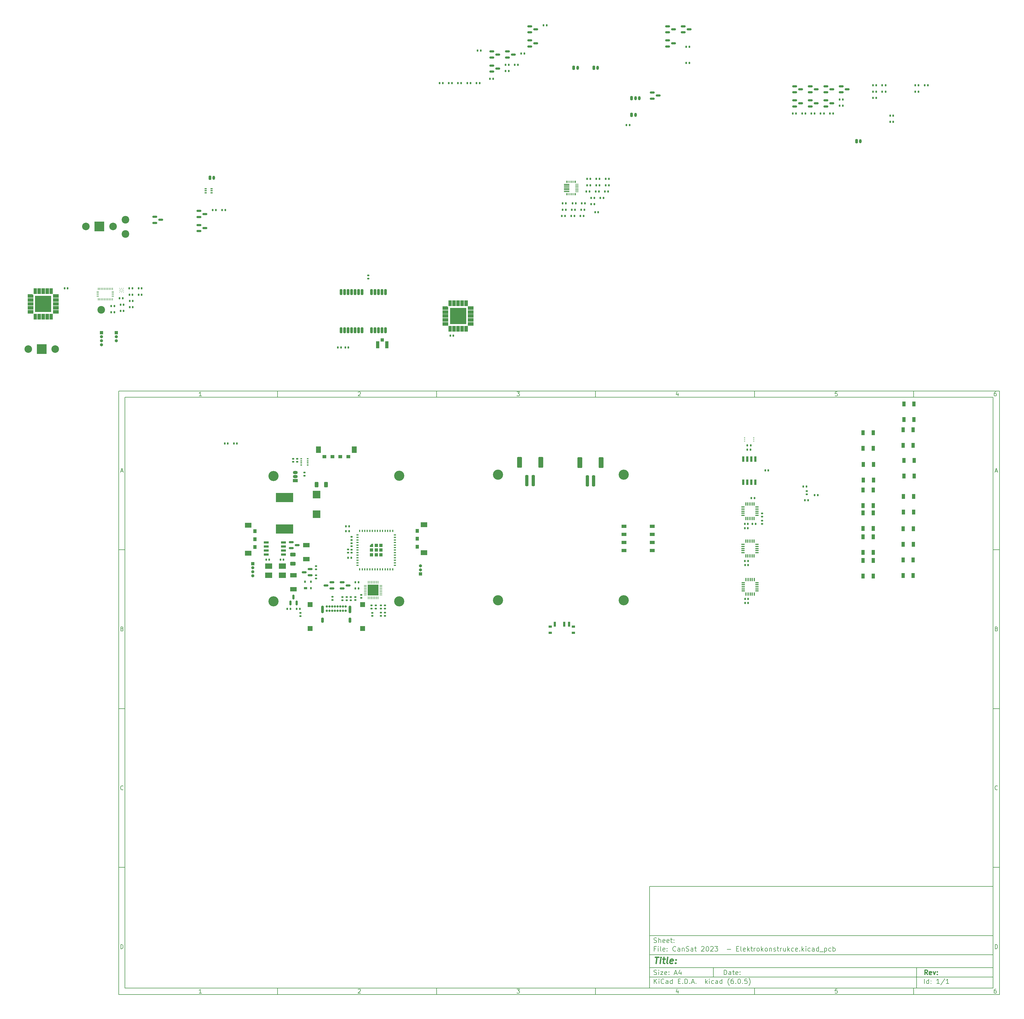
<source format=gbr>
%TF.GenerationSoftware,KiCad,Pcbnew,(6.0.5)*%
%TF.CreationDate,2022-11-07T11:26:13+01:00*%
%TF.ProjectId,CanSat 2023  - Elektrokonstrukce,43616e53-6174-4203-9230-323320202d20,rev?*%
%TF.SameCoordinates,Original*%
%TF.FileFunction,Soldermask,Top*%
%TF.FilePolarity,Negative*%
%FSLAX46Y46*%
G04 Gerber Fmt 4.6, Leading zero omitted, Abs format (unit mm)*
G04 Created by KiCad (PCBNEW (6.0.5)) date 2022-11-07 11:26:13*
%MOMM*%
%LPD*%
G01*
G04 APERTURE LIST*
G04 Aperture macros list*
%AMRoundRect*
0 Rectangle with rounded corners*
0 $1 Rounding radius*
0 $2 $3 $4 $5 $6 $7 $8 $9 X,Y pos of 4 corners*
0 Add a 4 corners polygon primitive as box body*
4,1,4,$2,$3,$4,$5,$6,$7,$8,$9,$2,$3,0*
0 Add four circle primitives for the rounded corners*
1,1,$1+$1,$2,$3*
1,1,$1+$1,$4,$5*
1,1,$1+$1,$6,$7*
1,1,$1+$1,$8,$9*
0 Add four rect primitives between the rounded corners*
20,1,$1+$1,$2,$3,$4,$5,0*
20,1,$1+$1,$4,$5,$6,$7,0*
20,1,$1+$1,$6,$7,$8,$9,0*
20,1,$1+$1,$8,$9,$2,$3,0*%
%AMOutline5P*
0 Free polygon, 5 corners , with rotation*
0 The origin of the aperture is its center*
0 number of corners: always 5*
0 $1 to $10 corner X, Y*
0 $11 Rotation angle, in degrees counterclockwise*
0 create outline with 5 corners*
4,1,5,$1,$2,$3,$4,$5,$6,$7,$8,$9,$10,$1,$2,$11*%
%AMOutline6P*
0 Free polygon, 6 corners , with rotation*
0 The origin of the aperture is its center*
0 number of corners: always 6*
0 $1 to $12 corner X, Y*
0 $13 Rotation angle, in degrees counterclockwise*
0 create outline with 6 corners*
4,1,6,$1,$2,$3,$4,$5,$6,$7,$8,$9,$10,$11,$12,$1,$2,$13*%
%AMOutline7P*
0 Free polygon, 7 corners , with rotation*
0 The origin of the aperture is its center*
0 number of corners: always 7*
0 $1 to $14 corner X, Y*
0 $15 Rotation angle, in degrees counterclockwise*
0 create outline with 7 corners*
4,1,7,$1,$2,$3,$4,$5,$6,$7,$8,$9,$10,$11,$12,$13,$14,$1,$2,$15*%
%AMOutline8P*
0 Free polygon, 8 corners , with rotation*
0 The origin of the aperture is its center*
0 number of corners: always 8*
0 $1 to $16 corner X, Y*
0 $17 Rotation angle, in degrees counterclockwise*
0 create outline with 8 corners*
4,1,8,$1,$2,$3,$4,$5,$6,$7,$8,$9,$10,$11,$12,$13,$14,$15,$16,$1,$2,$17*%
G04 Aperture macros list end*
%ADD10C,0.100000*%
%ADD11C,0.150000*%
%ADD12C,0.300000*%
%ADD13C,0.400000*%
%ADD14C,0.010000*%
%ADD15R,1.500000X1.500000*%
%ADD16R,0.254000X0.675000*%
%ADD17R,0.675000X0.254000*%
%ADD18R,1.000000X1.500000*%
%ADD19RoundRect,0.135000X-0.135000X-0.185000X0.135000X-0.185000X0.135000X0.185000X-0.135000X0.185000X0*%
%ADD20RoundRect,0.135000X0.135000X0.185000X-0.135000X0.185000X-0.135000X-0.185000X0.135000X-0.185000X0*%
%ADD21C,3.200000*%
%ADD22R,1.300000X1.000000*%
%ADD23R,1.500000X2.150000*%
%ADD24RoundRect,0.140000X-0.170000X0.140000X-0.170000X-0.140000X0.170000X-0.140000X0.170000X0.140000X0*%
%ADD25RoundRect,0.150000X-0.587500X-0.150000X0.587500X-0.150000X0.587500X0.150000X-0.587500X0.150000X0*%
%ADD26R,1.000000X1.000000*%
%ADD27O,1.000000X1.000000*%
%ADD28RoundRect,0.200000X-0.200000X-0.450000X0.200000X-0.450000X0.200000X0.450000X-0.200000X0.450000X0*%
%ADD29O,0.800000X1.300000*%
%ADD30RoundRect,0.250000X0.250000X1.500000X-0.250000X1.500000X-0.250000X-1.500000X0.250000X-1.500000X0*%
%ADD31RoundRect,0.250001X0.499999X1.449999X-0.499999X1.449999X-0.499999X-1.449999X0.499999X-1.449999X0*%
%ADD32RoundRect,0.135000X-0.185000X0.135000X-0.185000X-0.135000X0.185000X-0.135000X0.185000X0.135000X0*%
%ADD33RoundRect,0.140000X0.170000X-0.140000X0.170000X0.140000X-0.170000X0.140000X-0.170000X-0.140000X0*%
%ADD34RoundRect,0.140000X-0.140000X-0.170000X0.140000X-0.170000X0.140000X0.170000X-0.140000X0.170000X0*%
%ADD35R,0.800000X0.400000*%
%ADD36R,0.400000X0.800000*%
%ADD37Outline5P,-0.500000X0.000000X0.000000X0.500000X0.500000X0.500000X0.500000X-0.500000X-0.500000X-0.500000X0.000000*%
%ADD38R,1.500000X1.100000*%
%ADD39R,1.525000X0.650000*%
%ADD40RoundRect,0.150000X0.587500X0.150000X-0.587500X0.150000X-0.587500X-0.150000X0.587500X-0.150000X0*%
%ADD41R,1.500000X1.050000*%
%ADD42O,1.500000X1.050000*%
%ADD43R,1.000000X1.050000*%
%ADD44R,1.050000X2.200000*%
%ADD45C,2.400000*%
%ADD46RoundRect,0.140000X0.140000X0.170000X-0.140000X0.170000X-0.140000X-0.170000X0.140000X-0.170000X0*%
%ADD47R,2.100000X1.400000*%
%ADD48RoundRect,0.250000X0.625000X-0.312500X0.625000X0.312500X-0.625000X0.312500X-0.625000X-0.312500X0*%
%ADD49C,2.380000*%
%ADD50R,3.170000X3.170000*%
%ADD51RoundRect,0.147500X0.172500X-0.147500X0.172500X0.147500X-0.172500X0.147500X-0.172500X-0.147500X0*%
%ADD52RoundRect,0.135000X0.185000X-0.135000X0.185000X0.135000X-0.185000X0.135000X-0.185000X-0.135000X0*%
%ADD53R,0.650000X0.400000*%
%ADD54R,0.500000X0.350000*%
%ADD55RoundRect,0.147500X-0.147500X-0.172500X0.147500X-0.172500X0.147500X0.172500X-0.147500X0.172500X0*%
%ADD56R,1.000000X1.300000*%
%ADD57R,2.150000X1.500000*%
%ADD58R,1.100000X0.300000*%
%ADD59R,0.300000X1.100000*%
%ADD60C,0.200000*%
%ADD61RoundRect,0.150000X0.150000X-0.587500X0.150000X0.587500X-0.150000X0.587500X-0.150000X-0.587500X0*%
%ADD62R,1.000000X0.700000*%
%ADD63R,0.600000X0.700000*%
%ADD64RoundRect,0.147500X-0.172500X0.147500X-0.172500X-0.147500X0.172500X-0.147500X0.172500X0.147500X0*%
%ADD65C,0.700000*%
%ADD66O,0.900000X2.400000*%
%ADD67O,0.900000X1.700000*%
%ADD68R,1.800000X0.300000*%
%ADD69R,0.300000X0.700000*%
%ADD70R,0.200000X0.700000*%
%ADD71R,1.050000X0.200000*%
%ADD72R,2.300000X1.800000*%
%ADD73R,0.700000X1.500000*%
%ADD74R,1.000000X0.800000*%
%ADD75RoundRect,0.147500X0.147500X0.172500X-0.147500X0.172500X-0.147500X-0.172500X0.147500X-0.172500X0*%
%ADD76R,2.450000X2.350000*%
%ADD77RoundRect,0.250000X-0.312500X-0.625000X0.312500X-0.625000X0.312500X0.625000X-0.312500X0.625000X0*%
%ADD78R,5.400000X2.900000*%
%ADD79R,0.400000X0.250000*%
%ADD80R,0.650000X1.700000*%
%ADD81RoundRect,0.200000X0.200000X-0.700000X0.200000X0.700000X-0.200000X0.700000X-0.200000X-0.700000X0*%
%ADD82RoundRect,0.062500X-0.337500X-0.062500X0.337500X-0.062500X0.337500X0.062500X-0.337500X0.062500X0*%
%ADD83RoundRect,0.062500X-0.062500X-0.337500X0.062500X-0.337500X0.062500X0.337500X-0.062500X0.337500X0*%
%ADD84R,3.350000X3.350000*%
G04 APERTURE END LIST*
D10*
D11*
X177002200Y-166007200D02*
X177002200Y-198007200D01*
X285002200Y-198007200D01*
X285002200Y-166007200D01*
X177002200Y-166007200D01*
D10*
D11*
X10000000Y-10000000D02*
X10000000Y-200007200D01*
X287002200Y-200007200D01*
X287002200Y-10000000D01*
X10000000Y-10000000D01*
D10*
D11*
X12000000Y-12000000D02*
X12000000Y-198007200D01*
X285002200Y-198007200D01*
X285002200Y-12000000D01*
X12000000Y-12000000D01*
D10*
D11*
X60000000Y-12000000D02*
X60000000Y-10000000D01*
D10*
D11*
X110000000Y-12000000D02*
X110000000Y-10000000D01*
D10*
D11*
X160000000Y-12000000D02*
X160000000Y-10000000D01*
D10*
D11*
X210000000Y-12000000D02*
X210000000Y-10000000D01*
D10*
D11*
X260000000Y-12000000D02*
X260000000Y-10000000D01*
D10*
D11*
X36065476Y-11588095D02*
X35322619Y-11588095D01*
X35694047Y-11588095D02*
X35694047Y-10288095D01*
X35570238Y-10473809D01*
X35446428Y-10597619D01*
X35322619Y-10659523D01*
D10*
D11*
X85322619Y-10411904D02*
X85384523Y-10350000D01*
X85508333Y-10288095D01*
X85817857Y-10288095D01*
X85941666Y-10350000D01*
X86003571Y-10411904D01*
X86065476Y-10535714D01*
X86065476Y-10659523D01*
X86003571Y-10845238D01*
X85260714Y-11588095D01*
X86065476Y-11588095D01*
D10*
D11*
X135260714Y-10288095D02*
X136065476Y-10288095D01*
X135632142Y-10783333D01*
X135817857Y-10783333D01*
X135941666Y-10845238D01*
X136003571Y-10907142D01*
X136065476Y-11030952D01*
X136065476Y-11340476D01*
X136003571Y-11464285D01*
X135941666Y-11526190D01*
X135817857Y-11588095D01*
X135446428Y-11588095D01*
X135322619Y-11526190D01*
X135260714Y-11464285D01*
D10*
D11*
X185941666Y-10721428D02*
X185941666Y-11588095D01*
X185632142Y-10226190D02*
X185322619Y-11154761D01*
X186127380Y-11154761D01*
D10*
D11*
X236003571Y-10288095D02*
X235384523Y-10288095D01*
X235322619Y-10907142D01*
X235384523Y-10845238D01*
X235508333Y-10783333D01*
X235817857Y-10783333D01*
X235941666Y-10845238D01*
X236003571Y-10907142D01*
X236065476Y-11030952D01*
X236065476Y-11340476D01*
X236003571Y-11464285D01*
X235941666Y-11526190D01*
X235817857Y-11588095D01*
X235508333Y-11588095D01*
X235384523Y-11526190D01*
X235322619Y-11464285D01*
D10*
D11*
X285941666Y-10288095D02*
X285694047Y-10288095D01*
X285570238Y-10350000D01*
X285508333Y-10411904D01*
X285384523Y-10597619D01*
X285322619Y-10845238D01*
X285322619Y-11340476D01*
X285384523Y-11464285D01*
X285446428Y-11526190D01*
X285570238Y-11588095D01*
X285817857Y-11588095D01*
X285941666Y-11526190D01*
X286003571Y-11464285D01*
X286065476Y-11340476D01*
X286065476Y-11030952D01*
X286003571Y-10907142D01*
X285941666Y-10845238D01*
X285817857Y-10783333D01*
X285570238Y-10783333D01*
X285446428Y-10845238D01*
X285384523Y-10907142D01*
X285322619Y-11030952D01*
D10*
D11*
X60000000Y-198007200D02*
X60000000Y-200007200D01*
D10*
D11*
X110000000Y-198007200D02*
X110000000Y-200007200D01*
D10*
D11*
X160000000Y-198007200D02*
X160000000Y-200007200D01*
D10*
D11*
X210000000Y-198007200D02*
X210000000Y-200007200D01*
D10*
D11*
X260000000Y-198007200D02*
X260000000Y-200007200D01*
D10*
D11*
X36065476Y-199595295D02*
X35322619Y-199595295D01*
X35694047Y-199595295D02*
X35694047Y-198295295D01*
X35570238Y-198481009D01*
X35446428Y-198604819D01*
X35322619Y-198666723D01*
D10*
D11*
X85322619Y-198419104D02*
X85384523Y-198357200D01*
X85508333Y-198295295D01*
X85817857Y-198295295D01*
X85941666Y-198357200D01*
X86003571Y-198419104D01*
X86065476Y-198542914D01*
X86065476Y-198666723D01*
X86003571Y-198852438D01*
X85260714Y-199595295D01*
X86065476Y-199595295D01*
D10*
D11*
X135260714Y-198295295D02*
X136065476Y-198295295D01*
X135632142Y-198790533D01*
X135817857Y-198790533D01*
X135941666Y-198852438D01*
X136003571Y-198914342D01*
X136065476Y-199038152D01*
X136065476Y-199347676D01*
X136003571Y-199471485D01*
X135941666Y-199533390D01*
X135817857Y-199595295D01*
X135446428Y-199595295D01*
X135322619Y-199533390D01*
X135260714Y-199471485D01*
D10*
D11*
X185941666Y-198728628D02*
X185941666Y-199595295D01*
X185632142Y-198233390D02*
X185322619Y-199161961D01*
X186127380Y-199161961D01*
D10*
D11*
X236003571Y-198295295D02*
X235384523Y-198295295D01*
X235322619Y-198914342D01*
X235384523Y-198852438D01*
X235508333Y-198790533D01*
X235817857Y-198790533D01*
X235941666Y-198852438D01*
X236003571Y-198914342D01*
X236065476Y-199038152D01*
X236065476Y-199347676D01*
X236003571Y-199471485D01*
X235941666Y-199533390D01*
X235817857Y-199595295D01*
X235508333Y-199595295D01*
X235384523Y-199533390D01*
X235322619Y-199471485D01*
D10*
D11*
X285941666Y-198295295D02*
X285694047Y-198295295D01*
X285570238Y-198357200D01*
X285508333Y-198419104D01*
X285384523Y-198604819D01*
X285322619Y-198852438D01*
X285322619Y-199347676D01*
X285384523Y-199471485D01*
X285446428Y-199533390D01*
X285570238Y-199595295D01*
X285817857Y-199595295D01*
X285941666Y-199533390D01*
X286003571Y-199471485D01*
X286065476Y-199347676D01*
X286065476Y-199038152D01*
X286003571Y-198914342D01*
X285941666Y-198852438D01*
X285817857Y-198790533D01*
X285570238Y-198790533D01*
X285446428Y-198852438D01*
X285384523Y-198914342D01*
X285322619Y-199038152D01*
D10*
D11*
X10000000Y-60000000D02*
X12000000Y-60000000D01*
D10*
D11*
X10000000Y-110000000D02*
X12000000Y-110000000D01*
D10*
D11*
X10000000Y-160000000D02*
X12000000Y-160000000D01*
D10*
D11*
X10690476Y-35216666D02*
X11309523Y-35216666D01*
X10566666Y-35588095D02*
X11000000Y-34288095D01*
X11433333Y-35588095D01*
D10*
D11*
X11092857Y-84907142D02*
X11278571Y-84969047D01*
X11340476Y-85030952D01*
X11402380Y-85154761D01*
X11402380Y-85340476D01*
X11340476Y-85464285D01*
X11278571Y-85526190D01*
X11154761Y-85588095D01*
X10659523Y-85588095D01*
X10659523Y-84288095D01*
X11092857Y-84288095D01*
X11216666Y-84350000D01*
X11278571Y-84411904D01*
X11340476Y-84535714D01*
X11340476Y-84659523D01*
X11278571Y-84783333D01*
X11216666Y-84845238D01*
X11092857Y-84907142D01*
X10659523Y-84907142D01*
D10*
D11*
X11402380Y-135464285D02*
X11340476Y-135526190D01*
X11154761Y-135588095D01*
X11030952Y-135588095D01*
X10845238Y-135526190D01*
X10721428Y-135402380D01*
X10659523Y-135278571D01*
X10597619Y-135030952D01*
X10597619Y-134845238D01*
X10659523Y-134597619D01*
X10721428Y-134473809D01*
X10845238Y-134350000D01*
X11030952Y-134288095D01*
X11154761Y-134288095D01*
X11340476Y-134350000D01*
X11402380Y-134411904D01*
D10*
D11*
X10659523Y-185588095D02*
X10659523Y-184288095D01*
X10969047Y-184288095D01*
X11154761Y-184350000D01*
X11278571Y-184473809D01*
X11340476Y-184597619D01*
X11402380Y-184845238D01*
X11402380Y-185030952D01*
X11340476Y-185278571D01*
X11278571Y-185402380D01*
X11154761Y-185526190D01*
X10969047Y-185588095D01*
X10659523Y-185588095D01*
D10*
D11*
X287002200Y-60000000D02*
X285002200Y-60000000D01*
D10*
D11*
X287002200Y-110000000D02*
X285002200Y-110000000D01*
D10*
D11*
X287002200Y-160000000D02*
X285002200Y-160000000D01*
D10*
D11*
X285692676Y-35216666D02*
X286311723Y-35216666D01*
X285568866Y-35588095D02*
X286002200Y-34288095D01*
X286435533Y-35588095D01*
D10*
D11*
X286095057Y-84907142D02*
X286280771Y-84969047D01*
X286342676Y-85030952D01*
X286404580Y-85154761D01*
X286404580Y-85340476D01*
X286342676Y-85464285D01*
X286280771Y-85526190D01*
X286156961Y-85588095D01*
X285661723Y-85588095D01*
X285661723Y-84288095D01*
X286095057Y-84288095D01*
X286218866Y-84350000D01*
X286280771Y-84411904D01*
X286342676Y-84535714D01*
X286342676Y-84659523D01*
X286280771Y-84783333D01*
X286218866Y-84845238D01*
X286095057Y-84907142D01*
X285661723Y-84907142D01*
D10*
D11*
X286404580Y-135464285D02*
X286342676Y-135526190D01*
X286156961Y-135588095D01*
X286033152Y-135588095D01*
X285847438Y-135526190D01*
X285723628Y-135402380D01*
X285661723Y-135278571D01*
X285599819Y-135030952D01*
X285599819Y-134845238D01*
X285661723Y-134597619D01*
X285723628Y-134473809D01*
X285847438Y-134350000D01*
X286033152Y-134288095D01*
X286156961Y-134288095D01*
X286342676Y-134350000D01*
X286404580Y-134411904D01*
D10*
D11*
X285661723Y-185588095D02*
X285661723Y-184288095D01*
X285971247Y-184288095D01*
X286156961Y-184350000D01*
X286280771Y-184473809D01*
X286342676Y-184597619D01*
X286404580Y-184845238D01*
X286404580Y-185030952D01*
X286342676Y-185278571D01*
X286280771Y-185402380D01*
X286156961Y-185526190D01*
X285971247Y-185588095D01*
X285661723Y-185588095D01*
D10*
D11*
X200434342Y-193785771D02*
X200434342Y-192285771D01*
X200791485Y-192285771D01*
X201005771Y-192357200D01*
X201148628Y-192500057D01*
X201220057Y-192642914D01*
X201291485Y-192928628D01*
X201291485Y-193142914D01*
X201220057Y-193428628D01*
X201148628Y-193571485D01*
X201005771Y-193714342D01*
X200791485Y-193785771D01*
X200434342Y-193785771D01*
X202577200Y-193785771D02*
X202577200Y-193000057D01*
X202505771Y-192857200D01*
X202362914Y-192785771D01*
X202077200Y-192785771D01*
X201934342Y-192857200D01*
X202577200Y-193714342D02*
X202434342Y-193785771D01*
X202077200Y-193785771D01*
X201934342Y-193714342D01*
X201862914Y-193571485D01*
X201862914Y-193428628D01*
X201934342Y-193285771D01*
X202077200Y-193214342D01*
X202434342Y-193214342D01*
X202577200Y-193142914D01*
X203077200Y-192785771D02*
X203648628Y-192785771D01*
X203291485Y-192285771D02*
X203291485Y-193571485D01*
X203362914Y-193714342D01*
X203505771Y-193785771D01*
X203648628Y-193785771D01*
X204720057Y-193714342D02*
X204577200Y-193785771D01*
X204291485Y-193785771D01*
X204148628Y-193714342D01*
X204077200Y-193571485D01*
X204077200Y-193000057D01*
X204148628Y-192857200D01*
X204291485Y-192785771D01*
X204577200Y-192785771D01*
X204720057Y-192857200D01*
X204791485Y-193000057D01*
X204791485Y-193142914D01*
X204077200Y-193285771D01*
X205434342Y-193642914D02*
X205505771Y-193714342D01*
X205434342Y-193785771D01*
X205362914Y-193714342D01*
X205434342Y-193642914D01*
X205434342Y-193785771D01*
X205434342Y-192857200D02*
X205505771Y-192928628D01*
X205434342Y-193000057D01*
X205362914Y-192928628D01*
X205434342Y-192857200D01*
X205434342Y-193000057D01*
D10*
D11*
X177002200Y-194507200D02*
X285002200Y-194507200D01*
D10*
D11*
X178434342Y-196585771D02*
X178434342Y-195085771D01*
X179291485Y-196585771D02*
X178648628Y-195728628D01*
X179291485Y-195085771D02*
X178434342Y-195942914D01*
X179934342Y-196585771D02*
X179934342Y-195585771D01*
X179934342Y-195085771D02*
X179862914Y-195157200D01*
X179934342Y-195228628D01*
X180005771Y-195157200D01*
X179934342Y-195085771D01*
X179934342Y-195228628D01*
X181505771Y-196442914D02*
X181434342Y-196514342D01*
X181220057Y-196585771D01*
X181077200Y-196585771D01*
X180862914Y-196514342D01*
X180720057Y-196371485D01*
X180648628Y-196228628D01*
X180577200Y-195942914D01*
X180577200Y-195728628D01*
X180648628Y-195442914D01*
X180720057Y-195300057D01*
X180862914Y-195157200D01*
X181077200Y-195085771D01*
X181220057Y-195085771D01*
X181434342Y-195157200D01*
X181505771Y-195228628D01*
X182791485Y-196585771D02*
X182791485Y-195800057D01*
X182720057Y-195657200D01*
X182577200Y-195585771D01*
X182291485Y-195585771D01*
X182148628Y-195657200D01*
X182791485Y-196514342D02*
X182648628Y-196585771D01*
X182291485Y-196585771D01*
X182148628Y-196514342D01*
X182077200Y-196371485D01*
X182077200Y-196228628D01*
X182148628Y-196085771D01*
X182291485Y-196014342D01*
X182648628Y-196014342D01*
X182791485Y-195942914D01*
X184148628Y-196585771D02*
X184148628Y-195085771D01*
X184148628Y-196514342D02*
X184005771Y-196585771D01*
X183720057Y-196585771D01*
X183577200Y-196514342D01*
X183505771Y-196442914D01*
X183434342Y-196300057D01*
X183434342Y-195871485D01*
X183505771Y-195728628D01*
X183577200Y-195657200D01*
X183720057Y-195585771D01*
X184005771Y-195585771D01*
X184148628Y-195657200D01*
X186005771Y-195800057D02*
X186505771Y-195800057D01*
X186720057Y-196585771D02*
X186005771Y-196585771D01*
X186005771Y-195085771D01*
X186720057Y-195085771D01*
X187362914Y-196442914D02*
X187434342Y-196514342D01*
X187362914Y-196585771D01*
X187291485Y-196514342D01*
X187362914Y-196442914D01*
X187362914Y-196585771D01*
X188077200Y-196585771D02*
X188077200Y-195085771D01*
X188434342Y-195085771D01*
X188648628Y-195157200D01*
X188791485Y-195300057D01*
X188862914Y-195442914D01*
X188934342Y-195728628D01*
X188934342Y-195942914D01*
X188862914Y-196228628D01*
X188791485Y-196371485D01*
X188648628Y-196514342D01*
X188434342Y-196585771D01*
X188077200Y-196585771D01*
X189577200Y-196442914D02*
X189648628Y-196514342D01*
X189577200Y-196585771D01*
X189505771Y-196514342D01*
X189577200Y-196442914D01*
X189577200Y-196585771D01*
X190220057Y-196157200D02*
X190934342Y-196157200D01*
X190077200Y-196585771D02*
X190577200Y-195085771D01*
X191077200Y-196585771D01*
X191577200Y-196442914D02*
X191648628Y-196514342D01*
X191577200Y-196585771D01*
X191505771Y-196514342D01*
X191577200Y-196442914D01*
X191577200Y-196585771D01*
X194577200Y-196585771D02*
X194577200Y-195085771D01*
X194720057Y-196014342D02*
X195148628Y-196585771D01*
X195148628Y-195585771D02*
X194577200Y-196157200D01*
X195791485Y-196585771D02*
X195791485Y-195585771D01*
X195791485Y-195085771D02*
X195720057Y-195157200D01*
X195791485Y-195228628D01*
X195862914Y-195157200D01*
X195791485Y-195085771D01*
X195791485Y-195228628D01*
X197148628Y-196514342D02*
X197005771Y-196585771D01*
X196720057Y-196585771D01*
X196577200Y-196514342D01*
X196505771Y-196442914D01*
X196434342Y-196300057D01*
X196434342Y-195871485D01*
X196505771Y-195728628D01*
X196577200Y-195657200D01*
X196720057Y-195585771D01*
X197005771Y-195585771D01*
X197148628Y-195657200D01*
X198434342Y-196585771D02*
X198434342Y-195800057D01*
X198362914Y-195657200D01*
X198220057Y-195585771D01*
X197934342Y-195585771D01*
X197791485Y-195657200D01*
X198434342Y-196514342D02*
X198291485Y-196585771D01*
X197934342Y-196585771D01*
X197791485Y-196514342D01*
X197720057Y-196371485D01*
X197720057Y-196228628D01*
X197791485Y-196085771D01*
X197934342Y-196014342D01*
X198291485Y-196014342D01*
X198434342Y-195942914D01*
X199791485Y-196585771D02*
X199791485Y-195085771D01*
X199791485Y-196514342D02*
X199648628Y-196585771D01*
X199362914Y-196585771D01*
X199220057Y-196514342D01*
X199148628Y-196442914D01*
X199077200Y-196300057D01*
X199077200Y-195871485D01*
X199148628Y-195728628D01*
X199220057Y-195657200D01*
X199362914Y-195585771D01*
X199648628Y-195585771D01*
X199791485Y-195657200D01*
X202077200Y-197157200D02*
X202005771Y-197085771D01*
X201862914Y-196871485D01*
X201791485Y-196728628D01*
X201720057Y-196514342D01*
X201648628Y-196157200D01*
X201648628Y-195871485D01*
X201720057Y-195514342D01*
X201791485Y-195300057D01*
X201862914Y-195157200D01*
X202005771Y-194942914D01*
X202077200Y-194871485D01*
X203291485Y-195085771D02*
X203005771Y-195085771D01*
X202862914Y-195157200D01*
X202791485Y-195228628D01*
X202648628Y-195442914D01*
X202577200Y-195728628D01*
X202577200Y-196300057D01*
X202648628Y-196442914D01*
X202720057Y-196514342D01*
X202862914Y-196585771D01*
X203148628Y-196585771D01*
X203291485Y-196514342D01*
X203362914Y-196442914D01*
X203434342Y-196300057D01*
X203434342Y-195942914D01*
X203362914Y-195800057D01*
X203291485Y-195728628D01*
X203148628Y-195657200D01*
X202862914Y-195657200D01*
X202720057Y-195728628D01*
X202648628Y-195800057D01*
X202577200Y-195942914D01*
X204077200Y-196442914D02*
X204148628Y-196514342D01*
X204077200Y-196585771D01*
X204005771Y-196514342D01*
X204077200Y-196442914D01*
X204077200Y-196585771D01*
X205077200Y-195085771D02*
X205220057Y-195085771D01*
X205362914Y-195157200D01*
X205434342Y-195228628D01*
X205505771Y-195371485D01*
X205577200Y-195657200D01*
X205577200Y-196014342D01*
X205505771Y-196300057D01*
X205434342Y-196442914D01*
X205362914Y-196514342D01*
X205220057Y-196585771D01*
X205077200Y-196585771D01*
X204934342Y-196514342D01*
X204862914Y-196442914D01*
X204791485Y-196300057D01*
X204720057Y-196014342D01*
X204720057Y-195657200D01*
X204791485Y-195371485D01*
X204862914Y-195228628D01*
X204934342Y-195157200D01*
X205077200Y-195085771D01*
X206220057Y-196442914D02*
X206291485Y-196514342D01*
X206220057Y-196585771D01*
X206148628Y-196514342D01*
X206220057Y-196442914D01*
X206220057Y-196585771D01*
X207648628Y-195085771D02*
X206934342Y-195085771D01*
X206862914Y-195800057D01*
X206934342Y-195728628D01*
X207077200Y-195657200D01*
X207434342Y-195657200D01*
X207577200Y-195728628D01*
X207648628Y-195800057D01*
X207720057Y-195942914D01*
X207720057Y-196300057D01*
X207648628Y-196442914D01*
X207577200Y-196514342D01*
X207434342Y-196585771D01*
X207077200Y-196585771D01*
X206934342Y-196514342D01*
X206862914Y-196442914D01*
X208220057Y-197157200D02*
X208291485Y-197085771D01*
X208434342Y-196871485D01*
X208505771Y-196728628D01*
X208577200Y-196514342D01*
X208648628Y-196157200D01*
X208648628Y-195871485D01*
X208577200Y-195514342D01*
X208505771Y-195300057D01*
X208434342Y-195157200D01*
X208291485Y-194942914D01*
X208220057Y-194871485D01*
D10*
D11*
X177002200Y-191507200D02*
X285002200Y-191507200D01*
D10*
D12*
X264411485Y-193785771D02*
X263911485Y-193071485D01*
X263554342Y-193785771D02*
X263554342Y-192285771D01*
X264125771Y-192285771D01*
X264268628Y-192357200D01*
X264340057Y-192428628D01*
X264411485Y-192571485D01*
X264411485Y-192785771D01*
X264340057Y-192928628D01*
X264268628Y-193000057D01*
X264125771Y-193071485D01*
X263554342Y-193071485D01*
X265625771Y-193714342D02*
X265482914Y-193785771D01*
X265197200Y-193785771D01*
X265054342Y-193714342D01*
X264982914Y-193571485D01*
X264982914Y-193000057D01*
X265054342Y-192857200D01*
X265197200Y-192785771D01*
X265482914Y-192785771D01*
X265625771Y-192857200D01*
X265697200Y-193000057D01*
X265697200Y-193142914D01*
X264982914Y-193285771D01*
X266197200Y-192785771D02*
X266554342Y-193785771D01*
X266911485Y-192785771D01*
X267482914Y-193642914D02*
X267554342Y-193714342D01*
X267482914Y-193785771D01*
X267411485Y-193714342D01*
X267482914Y-193642914D01*
X267482914Y-193785771D01*
X267482914Y-192857200D02*
X267554342Y-192928628D01*
X267482914Y-193000057D01*
X267411485Y-192928628D01*
X267482914Y-192857200D01*
X267482914Y-193000057D01*
D10*
D11*
X178362914Y-193714342D02*
X178577200Y-193785771D01*
X178934342Y-193785771D01*
X179077200Y-193714342D01*
X179148628Y-193642914D01*
X179220057Y-193500057D01*
X179220057Y-193357200D01*
X179148628Y-193214342D01*
X179077200Y-193142914D01*
X178934342Y-193071485D01*
X178648628Y-193000057D01*
X178505771Y-192928628D01*
X178434342Y-192857200D01*
X178362914Y-192714342D01*
X178362914Y-192571485D01*
X178434342Y-192428628D01*
X178505771Y-192357200D01*
X178648628Y-192285771D01*
X179005771Y-192285771D01*
X179220057Y-192357200D01*
X179862914Y-193785771D02*
X179862914Y-192785771D01*
X179862914Y-192285771D02*
X179791485Y-192357200D01*
X179862914Y-192428628D01*
X179934342Y-192357200D01*
X179862914Y-192285771D01*
X179862914Y-192428628D01*
X180434342Y-192785771D02*
X181220057Y-192785771D01*
X180434342Y-193785771D01*
X181220057Y-193785771D01*
X182362914Y-193714342D02*
X182220057Y-193785771D01*
X181934342Y-193785771D01*
X181791485Y-193714342D01*
X181720057Y-193571485D01*
X181720057Y-193000057D01*
X181791485Y-192857200D01*
X181934342Y-192785771D01*
X182220057Y-192785771D01*
X182362914Y-192857200D01*
X182434342Y-193000057D01*
X182434342Y-193142914D01*
X181720057Y-193285771D01*
X183077200Y-193642914D02*
X183148628Y-193714342D01*
X183077200Y-193785771D01*
X183005771Y-193714342D01*
X183077200Y-193642914D01*
X183077200Y-193785771D01*
X183077200Y-192857200D02*
X183148628Y-192928628D01*
X183077200Y-193000057D01*
X183005771Y-192928628D01*
X183077200Y-192857200D01*
X183077200Y-193000057D01*
X184862914Y-193357200D02*
X185577200Y-193357200D01*
X184720057Y-193785771D02*
X185220057Y-192285771D01*
X185720057Y-193785771D01*
X186862914Y-192785771D02*
X186862914Y-193785771D01*
X186505771Y-192214342D02*
X186148628Y-193285771D01*
X187077200Y-193285771D01*
D10*
D11*
X263434342Y-196585771D02*
X263434342Y-195085771D01*
X264791485Y-196585771D02*
X264791485Y-195085771D01*
X264791485Y-196514342D02*
X264648628Y-196585771D01*
X264362914Y-196585771D01*
X264220057Y-196514342D01*
X264148628Y-196442914D01*
X264077200Y-196300057D01*
X264077200Y-195871485D01*
X264148628Y-195728628D01*
X264220057Y-195657200D01*
X264362914Y-195585771D01*
X264648628Y-195585771D01*
X264791485Y-195657200D01*
X265505771Y-196442914D02*
X265577200Y-196514342D01*
X265505771Y-196585771D01*
X265434342Y-196514342D01*
X265505771Y-196442914D01*
X265505771Y-196585771D01*
X265505771Y-195657200D02*
X265577200Y-195728628D01*
X265505771Y-195800057D01*
X265434342Y-195728628D01*
X265505771Y-195657200D01*
X265505771Y-195800057D01*
X268148628Y-196585771D02*
X267291485Y-196585771D01*
X267720057Y-196585771D02*
X267720057Y-195085771D01*
X267577200Y-195300057D01*
X267434342Y-195442914D01*
X267291485Y-195514342D01*
X269862914Y-195014342D02*
X268577200Y-196942914D01*
X271148628Y-196585771D02*
X270291485Y-196585771D01*
X270720057Y-196585771D02*
X270720057Y-195085771D01*
X270577200Y-195300057D01*
X270434342Y-195442914D01*
X270291485Y-195514342D01*
D10*
D11*
X177002200Y-187507200D02*
X285002200Y-187507200D01*
D10*
D13*
X178714580Y-188211961D02*
X179857438Y-188211961D01*
X179036009Y-190211961D02*
X179286009Y-188211961D01*
X180274104Y-190211961D02*
X180440771Y-188878628D01*
X180524104Y-188211961D02*
X180416961Y-188307200D01*
X180500295Y-188402438D01*
X180607438Y-188307200D01*
X180524104Y-188211961D01*
X180500295Y-188402438D01*
X181107438Y-188878628D02*
X181869342Y-188878628D01*
X181476485Y-188211961D02*
X181262200Y-189926247D01*
X181333628Y-190116723D01*
X181512200Y-190211961D01*
X181702676Y-190211961D01*
X182655057Y-190211961D02*
X182476485Y-190116723D01*
X182405057Y-189926247D01*
X182619342Y-188211961D01*
X184190771Y-190116723D02*
X183988390Y-190211961D01*
X183607438Y-190211961D01*
X183428866Y-190116723D01*
X183357438Y-189926247D01*
X183452676Y-189164342D01*
X183571723Y-188973866D01*
X183774104Y-188878628D01*
X184155057Y-188878628D01*
X184333628Y-188973866D01*
X184405057Y-189164342D01*
X184381247Y-189354819D01*
X183405057Y-189545295D01*
X185155057Y-190021485D02*
X185238390Y-190116723D01*
X185131247Y-190211961D01*
X185047914Y-190116723D01*
X185155057Y-190021485D01*
X185131247Y-190211961D01*
X185286009Y-188973866D02*
X185369342Y-189069104D01*
X185262200Y-189164342D01*
X185178866Y-189069104D01*
X185286009Y-188973866D01*
X185262200Y-189164342D01*
D10*
D11*
X178934342Y-185600057D02*
X178434342Y-185600057D01*
X178434342Y-186385771D02*
X178434342Y-184885771D01*
X179148628Y-184885771D01*
X179720057Y-186385771D02*
X179720057Y-185385771D01*
X179720057Y-184885771D02*
X179648628Y-184957200D01*
X179720057Y-185028628D01*
X179791485Y-184957200D01*
X179720057Y-184885771D01*
X179720057Y-185028628D01*
X180648628Y-186385771D02*
X180505771Y-186314342D01*
X180434342Y-186171485D01*
X180434342Y-184885771D01*
X181791485Y-186314342D02*
X181648628Y-186385771D01*
X181362914Y-186385771D01*
X181220057Y-186314342D01*
X181148628Y-186171485D01*
X181148628Y-185600057D01*
X181220057Y-185457200D01*
X181362914Y-185385771D01*
X181648628Y-185385771D01*
X181791485Y-185457200D01*
X181862914Y-185600057D01*
X181862914Y-185742914D01*
X181148628Y-185885771D01*
X182505771Y-186242914D02*
X182577200Y-186314342D01*
X182505771Y-186385771D01*
X182434342Y-186314342D01*
X182505771Y-186242914D01*
X182505771Y-186385771D01*
X182505771Y-185457200D02*
X182577200Y-185528628D01*
X182505771Y-185600057D01*
X182434342Y-185528628D01*
X182505771Y-185457200D01*
X182505771Y-185600057D01*
X185220057Y-186242914D02*
X185148628Y-186314342D01*
X184934342Y-186385771D01*
X184791485Y-186385771D01*
X184577200Y-186314342D01*
X184434342Y-186171485D01*
X184362914Y-186028628D01*
X184291485Y-185742914D01*
X184291485Y-185528628D01*
X184362914Y-185242914D01*
X184434342Y-185100057D01*
X184577200Y-184957200D01*
X184791485Y-184885771D01*
X184934342Y-184885771D01*
X185148628Y-184957200D01*
X185220057Y-185028628D01*
X186505771Y-186385771D02*
X186505771Y-185600057D01*
X186434342Y-185457200D01*
X186291485Y-185385771D01*
X186005771Y-185385771D01*
X185862914Y-185457200D01*
X186505771Y-186314342D02*
X186362914Y-186385771D01*
X186005771Y-186385771D01*
X185862914Y-186314342D01*
X185791485Y-186171485D01*
X185791485Y-186028628D01*
X185862914Y-185885771D01*
X186005771Y-185814342D01*
X186362914Y-185814342D01*
X186505771Y-185742914D01*
X187220057Y-185385771D02*
X187220057Y-186385771D01*
X187220057Y-185528628D02*
X187291485Y-185457200D01*
X187434342Y-185385771D01*
X187648628Y-185385771D01*
X187791485Y-185457200D01*
X187862914Y-185600057D01*
X187862914Y-186385771D01*
X188505771Y-186314342D02*
X188720057Y-186385771D01*
X189077200Y-186385771D01*
X189220057Y-186314342D01*
X189291485Y-186242914D01*
X189362914Y-186100057D01*
X189362914Y-185957200D01*
X189291485Y-185814342D01*
X189220057Y-185742914D01*
X189077200Y-185671485D01*
X188791485Y-185600057D01*
X188648628Y-185528628D01*
X188577200Y-185457200D01*
X188505771Y-185314342D01*
X188505771Y-185171485D01*
X188577200Y-185028628D01*
X188648628Y-184957200D01*
X188791485Y-184885771D01*
X189148628Y-184885771D01*
X189362914Y-184957200D01*
X190648628Y-186385771D02*
X190648628Y-185600057D01*
X190577200Y-185457200D01*
X190434342Y-185385771D01*
X190148628Y-185385771D01*
X190005771Y-185457200D01*
X190648628Y-186314342D02*
X190505771Y-186385771D01*
X190148628Y-186385771D01*
X190005771Y-186314342D01*
X189934342Y-186171485D01*
X189934342Y-186028628D01*
X190005771Y-185885771D01*
X190148628Y-185814342D01*
X190505771Y-185814342D01*
X190648628Y-185742914D01*
X191148628Y-185385771D02*
X191720057Y-185385771D01*
X191362914Y-184885771D02*
X191362914Y-186171485D01*
X191434342Y-186314342D01*
X191577200Y-186385771D01*
X191720057Y-186385771D01*
X193291485Y-185028628D02*
X193362914Y-184957200D01*
X193505771Y-184885771D01*
X193862914Y-184885771D01*
X194005771Y-184957200D01*
X194077200Y-185028628D01*
X194148628Y-185171485D01*
X194148628Y-185314342D01*
X194077200Y-185528628D01*
X193220057Y-186385771D01*
X194148628Y-186385771D01*
X195077200Y-184885771D02*
X195220057Y-184885771D01*
X195362914Y-184957200D01*
X195434342Y-185028628D01*
X195505771Y-185171485D01*
X195577200Y-185457200D01*
X195577200Y-185814342D01*
X195505771Y-186100057D01*
X195434342Y-186242914D01*
X195362914Y-186314342D01*
X195220057Y-186385771D01*
X195077200Y-186385771D01*
X194934342Y-186314342D01*
X194862914Y-186242914D01*
X194791485Y-186100057D01*
X194720057Y-185814342D01*
X194720057Y-185457200D01*
X194791485Y-185171485D01*
X194862914Y-185028628D01*
X194934342Y-184957200D01*
X195077200Y-184885771D01*
X196148628Y-185028628D02*
X196220057Y-184957200D01*
X196362914Y-184885771D01*
X196720057Y-184885771D01*
X196862914Y-184957200D01*
X196934342Y-185028628D01*
X197005771Y-185171485D01*
X197005771Y-185314342D01*
X196934342Y-185528628D01*
X196077200Y-186385771D01*
X197005771Y-186385771D01*
X197505771Y-184885771D02*
X198434342Y-184885771D01*
X197934342Y-185457200D01*
X198148628Y-185457200D01*
X198291485Y-185528628D01*
X198362914Y-185600057D01*
X198434342Y-185742914D01*
X198434342Y-186100057D01*
X198362914Y-186242914D01*
X198291485Y-186314342D01*
X198148628Y-186385771D01*
X197720057Y-186385771D01*
X197577200Y-186314342D01*
X197505771Y-186242914D01*
X201362914Y-185814342D02*
X202505771Y-185814342D01*
X204362914Y-185600057D02*
X204862914Y-185600057D01*
X205077200Y-186385771D02*
X204362914Y-186385771D01*
X204362914Y-184885771D01*
X205077200Y-184885771D01*
X205934342Y-186385771D02*
X205791485Y-186314342D01*
X205720057Y-186171485D01*
X205720057Y-184885771D01*
X207077200Y-186314342D02*
X206934342Y-186385771D01*
X206648628Y-186385771D01*
X206505771Y-186314342D01*
X206434342Y-186171485D01*
X206434342Y-185600057D01*
X206505771Y-185457200D01*
X206648628Y-185385771D01*
X206934342Y-185385771D01*
X207077200Y-185457200D01*
X207148628Y-185600057D01*
X207148628Y-185742914D01*
X206434342Y-185885771D01*
X207791485Y-186385771D02*
X207791485Y-184885771D01*
X207934342Y-185814342D02*
X208362914Y-186385771D01*
X208362914Y-185385771D02*
X207791485Y-185957200D01*
X208791485Y-185385771D02*
X209362914Y-185385771D01*
X209005771Y-184885771D02*
X209005771Y-186171485D01*
X209077200Y-186314342D01*
X209220057Y-186385771D01*
X209362914Y-186385771D01*
X209862914Y-186385771D02*
X209862914Y-185385771D01*
X209862914Y-185671485D02*
X209934342Y-185528628D01*
X210005771Y-185457200D01*
X210148628Y-185385771D01*
X210291485Y-185385771D01*
X211005771Y-186385771D02*
X210862914Y-186314342D01*
X210791485Y-186242914D01*
X210720057Y-186100057D01*
X210720057Y-185671485D01*
X210791485Y-185528628D01*
X210862914Y-185457200D01*
X211005771Y-185385771D01*
X211220057Y-185385771D01*
X211362914Y-185457200D01*
X211434342Y-185528628D01*
X211505771Y-185671485D01*
X211505771Y-186100057D01*
X211434342Y-186242914D01*
X211362914Y-186314342D01*
X211220057Y-186385771D01*
X211005771Y-186385771D01*
X212148628Y-186385771D02*
X212148628Y-184885771D01*
X212291485Y-185814342D02*
X212720057Y-186385771D01*
X212720057Y-185385771D02*
X212148628Y-185957200D01*
X213577200Y-186385771D02*
X213434342Y-186314342D01*
X213362914Y-186242914D01*
X213291485Y-186100057D01*
X213291485Y-185671485D01*
X213362914Y-185528628D01*
X213434342Y-185457200D01*
X213577200Y-185385771D01*
X213791485Y-185385771D01*
X213934342Y-185457200D01*
X214005771Y-185528628D01*
X214077200Y-185671485D01*
X214077200Y-186100057D01*
X214005771Y-186242914D01*
X213934342Y-186314342D01*
X213791485Y-186385771D01*
X213577200Y-186385771D01*
X214720057Y-185385771D02*
X214720057Y-186385771D01*
X214720057Y-185528628D02*
X214791485Y-185457200D01*
X214934342Y-185385771D01*
X215148628Y-185385771D01*
X215291485Y-185457200D01*
X215362914Y-185600057D01*
X215362914Y-186385771D01*
X216005771Y-186314342D02*
X216148628Y-186385771D01*
X216434342Y-186385771D01*
X216577200Y-186314342D01*
X216648628Y-186171485D01*
X216648628Y-186100057D01*
X216577200Y-185957200D01*
X216434342Y-185885771D01*
X216220057Y-185885771D01*
X216077200Y-185814342D01*
X216005771Y-185671485D01*
X216005771Y-185600057D01*
X216077200Y-185457200D01*
X216220057Y-185385771D01*
X216434342Y-185385771D01*
X216577200Y-185457200D01*
X217077200Y-185385771D02*
X217648628Y-185385771D01*
X217291485Y-184885771D02*
X217291485Y-186171485D01*
X217362914Y-186314342D01*
X217505771Y-186385771D01*
X217648628Y-186385771D01*
X218148628Y-186385771D02*
X218148628Y-185385771D01*
X218148628Y-185671485D02*
X218220057Y-185528628D01*
X218291485Y-185457200D01*
X218434342Y-185385771D01*
X218577200Y-185385771D01*
X219720057Y-185385771D02*
X219720057Y-186385771D01*
X219077200Y-185385771D02*
X219077200Y-186171485D01*
X219148628Y-186314342D01*
X219291485Y-186385771D01*
X219505771Y-186385771D01*
X219648628Y-186314342D01*
X219720057Y-186242914D01*
X220434342Y-186385771D02*
X220434342Y-184885771D01*
X220577200Y-185814342D02*
X221005771Y-186385771D01*
X221005771Y-185385771D02*
X220434342Y-185957200D01*
X222291485Y-186314342D02*
X222148628Y-186385771D01*
X221862914Y-186385771D01*
X221720057Y-186314342D01*
X221648628Y-186242914D01*
X221577200Y-186100057D01*
X221577200Y-185671485D01*
X221648628Y-185528628D01*
X221720057Y-185457200D01*
X221862914Y-185385771D01*
X222148628Y-185385771D01*
X222291485Y-185457200D01*
X223505771Y-186314342D02*
X223362914Y-186385771D01*
X223077200Y-186385771D01*
X222934342Y-186314342D01*
X222862914Y-186171485D01*
X222862914Y-185600057D01*
X222934342Y-185457200D01*
X223077200Y-185385771D01*
X223362914Y-185385771D01*
X223505771Y-185457200D01*
X223577200Y-185600057D01*
X223577200Y-185742914D01*
X222862914Y-185885771D01*
X224220057Y-186242914D02*
X224291485Y-186314342D01*
X224220057Y-186385771D01*
X224148628Y-186314342D01*
X224220057Y-186242914D01*
X224220057Y-186385771D01*
X224934342Y-186385771D02*
X224934342Y-184885771D01*
X225077200Y-185814342D02*
X225505771Y-186385771D01*
X225505771Y-185385771D02*
X224934342Y-185957200D01*
X226148628Y-186385771D02*
X226148628Y-185385771D01*
X226148628Y-184885771D02*
X226077200Y-184957200D01*
X226148628Y-185028628D01*
X226220057Y-184957200D01*
X226148628Y-184885771D01*
X226148628Y-185028628D01*
X227505771Y-186314342D02*
X227362914Y-186385771D01*
X227077200Y-186385771D01*
X226934342Y-186314342D01*
X226862914Y-186242914D01*
X226791485Y-186100057D01*
X226791485Y-185671485D01*
X226862914Y-185528628D01*
X226934342Y-185457200D01*
X227077200Y-185385771D01*
X227362914Y-185385771D01*
X227505771Y-185457200D01*
X228791485Y-186385771D02*
X228791485Y-185600057D01*
X228720057Y-185457200D01*
X228577200Y-185385771D01*
X228291485Y-185385771D01*
X228148628Y-185457200D01*
X228791485Y-186314342D02*
X228648628Y-186385771D01*
X228291485Y-186385771D01*
X228148628Y-186314342D01*
X228077200Y-186171485D01*
X228077200Y-186028628D01*
X228148628Y-185885771D01*
X228291485Y-185814342D01*
X228648628Y-185814342D01*
X228791485Y-185742914D01*
X230148628Y-186385771D02*
X230148628Y-184885771D01*
X230148628Y-186314342D02*
X230005771Y-186385771D01*
X229720057Y-186385771D01*
X229577200Y-186314342D01*
X229505771Y-186242914D01*
X229434342Y-186100057D01*
X229434342Y-185671485D01*
X229505771Y-185528628D01*
X229577200Y-185457200D01*
X229720057Y-185385771D01*
X230005771Y-185385771D01*
X230148628Y-185457200D01*
X230505771Y-186528628D02*
X231648628Y-186528628D01*
X232005771Y-185385771D02*
X232005771Y-186885771D01*
X232005771Y-185457200D02*
X232148628Y-185385771D01*
X232434342Y-185385771D01*
X232577200Y-185457200D01*
X232648628Y-185528628D01*
X232720057Y-185671485D01*
X232720057Y-186100057D01*
X232648628Y-186242914D01*
X232577200Y-186314342D01*
X232434342Y-186385771D01*
X232148628Y-186385771D01*
X232005771Y-186314342D01*
X234005771Y-186314342D02*
X233862914Y-186385771D01*
X233577200Y-186385771D01*
X233434342Y-186314342D01*
X233362914Y-186242914D01*
X233291485Y-186100057D01*
X233291485Y-185671485D01*
X233362914Y-185528628D01*
X233434342Y-185457200D01*
X233577200Y-185385771D01*
X233862914Y-185385771D01*
X234005771Y-185457200D01*
X234648628Y-186385771D02*
X234648628Y-184885771D01*
X234648628Y-185457200D02*
X234791485Y-185385771D01*
X235077200Y-185385771D01*
X235220057Y-185457200D01*
X235291485Y-185528628D01*
X235362914Y-185671485D01*
X235362914Y-186100057D01*
X235291485Y-186242914D01*
X235220057Y-186314342D01*
X235077200Y-186385771D01*
X234791485Y-186385771D01*
X234648628Y-186314342D01*
D10*
D11*
X177002200Y-181507200D02*
X285002200Y-181507200D01*
D10*
D11*
X178362914Y-183614342D02*
X178577200Y-183685771D01*
X178934342Y-183685771D01*
X179077200Y-183614342D01*
X179148628Y-183542914D01*
X179220057Y-183400057D01*
X179220057Y-183257200D01*
X179148628Y-183114342D01*
X179077200Y-183042914D01*
X178934342Y-182971485D01*
X178648628Y-182900057D01*
X178505771Y-182828628D01*
X178434342Y-182757200D01*
X178362914Y-182614342D01*
X178362914Y-182471485D01*
X178434342Y-182328628D01*
X178505771Y-182257200D01*
X178648628Y-182185771D01*
X179005771Y-182185771D01*
X179220057Y-182257200D01*
X179862914Y-183685771D02*
X179862914Y-182185771D01*
X180505771Y-183685771D02*
X180505771Y-182900057D01*
X180434342Y-182757200D01*
X180291485Y-182685771D01*
X180077200Y-182685771D01*
X179934342Y-182757200D01*
X179862914Y-182828628D01*
X181791485Y-183614342D02*
X181648628Y-183685771D01*
X181362914Y-183685771D01*
X181220057Y-183614342D01*
X181148628Y-183471485D01*
X181148628Y-182900057D01*
X181220057Y-182757200D01*
X181362914Y-182685771D01*
X181648628Y-182685771D01*
X181791485Y-182757200D01*
X181862914Y-182900057D01*
X181862914Y-183042914D01*
X181148628Y-183185771D01*
X183077200Y-183614342D02*
X182934342Y-183685771D01*
X182648628Y-183685771D01*
X182505771Y-183614342D01*
X182434342Y-183471485D01*
X182434342Y-182900057D01*
X182505771Y-182757200D01*
X182648628Y-182685771D01*
X182934342Y-182685771D01*
X183077200Y-182757200D01*
X183148628Y-182900057D01*
X183148628Y-183042914D01*
X182434342Y-183185771D01*
X183577200Y-182685771D02*
X184148628Y-182685771D01*
X183791485Y-182185771D02*
X183791485Y-183471485D01*
X183862914Y-183614342D01*
X184005771Y-183685771D01*
X184148628Y-183685771D01*
X184648628Y-183542914D02*
X184720057Y-183614342D01*
X184648628Y-183685771D01*
X184577200Y-183614342D01*
X184648628Y-183542914D01*
X184648628Y-183685771D01*
X184648628Y-182757200D02*
X184720057Y-182828628D01*
X184648628Y-182900057D01*
X184577200Y-182828628D01*
X184648628Y-182757200D01*
X184648628Y-182900057D01*
D10*
D12*
D10*
D11*
D10*
D11*
D10*
D11*
D10*
D11*
D10*
D11*
X197002200Y-191507200D02*
X197002200Y-194507200D01*
D10*
D11*
X261002200Y-191507200D02*
X261002200Y-198007200D01*
%TO.C,U2201*%
G36*
X-16932000Y18205339D02*
G01*
X-18632000Y18205339D01*
X-18632000Y19205339D01*
X-16932000Y19205339D01*
X-16932000Y18205339D01*
G37*
D14*
X-16932000Y18205339D02*
X-18632000Y18205339D01*
X-18632000Y19205339D01*
X-16932000Y19205339D01*
X-16932000Y18205339D01*
G36*
X-16932000Y15705339D02*
G01*
X-18632000Y15705339D01*
X-18632000Y16705339D01*
X-16932000Y16705339D01*
X-16932000Y15705339D01*
G37*
X-16932000Y15705339D02*
X-18632000Y15705339D01*
X-18632000Y16705339D01*
X-16932000Y16705339D01*
X-16932000Y15705339D01*
G36*
X-15782000Y12605339D02*
G01*
X-16782000Y12605339D01*
X-16782000Y14305339D01*
X-15782000Y14305339D01*
X-15782000Y12605339D01*
G37*
X-15782000Y12605339D02*
X-16782000Y12605339D01*
X-16782000Y14305339D01*
X-15782000Y14305339D01*
X-15782000Y12605339D01*
G36*
X-14532000Y20605339D02*
G01*
X-15532000Y20605339D01*
X-15532000Y22305339D01*
X-14532000Y22305339D01*
X-14532000Y20605339D01*
G37*
X-14532000Y20605339D02*
X-15532000Y20605339D01*
X-15532000Y22305339D01*
X-14532000Y22305339D01*
X-14532000Y20605339D01*
G36*
X-16932000Y20175339D02*
G01*
X-16932000Y19455339D01*
X-18632000Y19455339D01*
X-18632000Y20455339D01*
X-17212000Y20455339D01*
X-16932000Y20175339D01*
G37*
X-16932000Y20175339D02*
X-16932000Y19455339D01*
X-18632000Y19455339D01*
X-18632000Y20455339D01*
X-17212000Y20455339D01*
X-16932000Y20175339D01*
G36*
X-10782000Y12605339D02*
G01*
X-11782000Y12605339D01*
X-11782000Y14305339D01*
X-10782000Y14305339D01*
X-10782000Y12605339D01*
G37*
X-10782000Y12605339D02*
X-11782000Y12605339D01*
X-11782000Y14305339D01*
X-10782000Y14305339D01*
X-10782000Y12605339D01*
G36*
X-14532000Y12605339D02*
G01*
X-15532000Y12605339D01*
X-15532000Y14305339D01*
X-14532000Y14305339D01*
X-14532000Y12605339D01*
G37*
X-14532000Y12605339D02*
X-15532000Y12605339D01*
X-15532000Y14305339D01*
X-14532000Y14305339D01*
X-14532000Y12605339D01*
G36*
X-13282000Y20605339D02*
G01*
X-14282000Y20605339D01*
X-14282000Y22305339D01*
X-13282000Y22305339D01*
X-13282000Y20605339D01*
G37*
X-13282000Y20605339D02*
X-14282000Y20605339D01*
X-14282000Y22305339D01*
X-13282000Y22305339D01*
X-13282000Y20605339D01*
G36*
X-15782000Y20605339D02*
G01*
X-16782000Y20605339D01*
X-16782000Y22305339D01*
X-15782000Y22305339D01*
X-15782000Y20605339D01*
G37*
X-15782000Y20605339D02*
X-16782000Y20605339D01*
X-16782000Y22305339D01*
X-15782000Y22305339D01*
X-15782000Y20605339D01*
G36*
X-12032000Y20605339D02*
G01*
X-13032000Y20605339D01*
X-13032000Y22305339D01*
X-12032000Y22305339D01*
X-12032000Y20605339D01*
G37*
X-12032000Y20605339D02*
X-13032000Y20605339D01*
X-13032000Y22305339D01*
X-12032000Y22305339D01*
X-12032000Y20605339D01*
G36*
X-11282000Y14955339D02*
G01*
X-16282000Y14955339D01*
X-16282000Y19955339D01*
X-11282000Y19955339D01*
X-11282000Y14955339D01*
G37*
X-11282000Y14955339D02*
X-16282000Y14955339D01*
X-16282000Y19955339D01*
X-11282000Y19955339D01*
X-11282000Y14955339D01*
G36*
X-8932000Y14455339D02*
G01*
X-10632000Y14455339D01*
X-10632000Y15455339D01*
X-8932000Y15455339D01*
X-8932000Y14455339D01*
G37*
X-8932000Y14455339D02*
X-10632000Y14455339D01*
X-10632000Y15455339D01*
X-8932000Y15455339D01*
X-8932000Y14455339D01*
G36*
X-13282000Y12605339D02*
G01*
X-14282000Y12605339D01*
X-14282000Y14305339D01*
X-13282000Y14305339D01*
X-13282000Y12605339D01*
G37*
X-13282000Y12605339D02*
X-14282000Y12605339D01*
X-14282000Y14305339D01*
X-13282000Y14305339D01*
X-13282000Y12605339D01*
G36*
X-16932000Y14455339D02*
G01*
X-18632000Y14455339D01*
X-18632000Y15455339D01*
X-16932000Y15455339D01*
X-16932000Y14455339D01*
G37*
X-16932000Y14455339D02*
X-18632000Y14455339D01*
X-18632000Y15455339D01*
X-16932000Y15455339D01*
X-16932000Y14455339D01*
G36*
X-16932000Y16955339D02*
G01*
X-18632000Y16955339D01*
X-18632000Y17955339D01*
X-16932000Y17955339D01*
X-16932000Y16955339D01*
G37*
X-16932000Y16955339D02*
X-18632000Y16955339D01*
X-18632000Y17955339D01*
X-16932000Y17955339D01*
X-16932000Y16955339D01*
G36*
X-8932000Y15705339D02*
G01*
X-10632000Y15705339D01*
X-10632000Y16705339D01*
X-8932000Y16705339D01*
X-8932000Y15705339D01*
G37*
X-8932000Y15705339D02*
X-10632000Y15705339D01*
X-10632000Y16705339D01*
X-8932000Y16705339D01*
X-8932000Y15705339D01*
G36*
X-12032000Y12605339D02*
G01*
X-13032000Y12605339D01*
X-13032000Y14305339D01*
X-12032000Y14305339D01*
X-12032000Y12605339D01*
G37*
X-12032000Y12605339D02*
X-13032000Y12605339D01*
X-13032000Y14305339D01*
X-12032000Y14305339D01*
X-12032000Y12605339D01*
G36*
X-10782000Y20605339D02*
G01*
X-11782000Y20605339D01*
X-11782000Y22305339D01*
X-10782000Y22305339D01*
X-10782000Y20605339D01*
G37*
X-10782000Y20605339D02*
X-11782000Y20605339D01*
X-11782000Y22305339D01*
X-10782000Y22305339D01*
X-10782000Y20605339D01*
G36*
X-8932000Y19455339D02*
G01*
X-10632000Y19455339D01*
X-10632000Y20455339D01*
X-8932000Y20455339D01*
X-8932000Y19455339D01*
G37*
X-8932000Y19455339D02*
X-10632000Y19455339D01*
X-10632000Y20455339D01*
X-8932000Y20455339D01*
X-8932000Y19455339D01*
G36*
X-8932000Y16955339D02*
G01*
X-10632000Y16955339D01*
X-10632000Y17955339D01*
X-8932000Y17955339D01*
X-8932000Y16955339D01*
G37*
X-8932000Y16955339D02*
X-10632000Y16955339D01*
X-10632000Y17955339D01*
X-8932000Y17955339D01*
X-8932000Y16955339D01*
G36*
X-8932000Y18205339D02*
G01*
X-10632000Y18205339D01*
X-10632000Y19205339D01*
X-8932000Y19205339D01*
X-8932000Y18205339D01*
G37*
X-8932000Y18205339D02*
X-10632000Y18205339D01*
X-10632000Y19205339D01*
X-8932000Y19205339D01*
X-8932000Y18205339D01*
%TO.C,U1801*%
G36*
X121550000Y13150000D02*
G01*
X119850000Y13150000D01*
X119850000Y14150000D01*
X121550000Y14150000D01*
X121550000Y13150000D01*
G37*
X121550000Y13150000D02*
X119850000Y13150000D01*
X119850000Y14150000D01*
X121550000Y14150000D01*
X121550000Y13150000D01*
G36*
X115950000Y16800000D02*
G01*
X114950000Y16800000D01*
X114950000Y18500000D01*
X115950000Y18500000D01*
X115950000Y16800000D01*
G37*
X115950000Y16800000D02*
X114950000Y16800000D01*
X114950000Y18500000D01*
X115950000Y18500000D01*
X115950000Y16800000D01*
G36*
X119700000Y8800000D02*
G01*
X118700000Y8800000D01*
X118700000Y10500000D01*
X119700000Y10500000D01*
X119700000Y8800000D01*
G37*
X119700000Y8800000D02*
X118700000Y8800000D01*
X118700000Y10500000D01*
X119700000Y10500000D01*
X119700000Y8800000D01*
G36*
X119700000Y16800000D02*
G01*
X118700000Y16800000D01*
X118700000Y18500000D01*
X119700000Y18500000D01*
X119700000Y16800000D01*
G37*
X119700000Y16800000D02*
X118700000Y16800000D01*
X118700000Y18500000D01*
X119700000Y18500000D01*
X119700000Y16800000D01*
G36*
X121550000Y14400000D02*
G01*
X119850000Y14400000D01*
X119850000Y15400000D01*
X121550000Y15400000D01*
X121550000Y14400000D01*
G37*
X121550000Y14400000D02*
X119850000Y14400000D01*
X119850000Y15400000D01*
X121550000Y15400000D01*
X121550000Y14400000D01*
G36*
X113550000Y16370000D02*
G01*
X113550000Y15650000D01*
X111850000Y15650000D01*
X111850000Y16650000D01*
X113270000Y16650000D01*
X113550000Y16370000D01*
G37*
X113550000Y16370000D02*
X113550000Y15650000D01*
X111850000Y15650000D01*
X111850000Y16650000D01*
X113270000Y16650000D01*
X113550000Y16370000D01*
G36*
X119200000Y11150000D02*
G01*
X114200000Y11150000D01*
X114200000Y16150000D01*
X119200000Y16150000D01*
X119200000Y11150000D01*
G37*
X119200000Y11150000D02*
X114200000Y11150000D01*
X114200000Y16150000D01*
X119200000Y16150000D01*
X119200000Y11150000D01*
G36*
X113550000Y14400000D02*
G01*
X111850000Y14400000D01*
X111850000Y15400000D01*
X113550000Y15400000D01*
X113550000Y14400000D01*
G37*
X113550000Y14400000D02*
X111850000Y14400000D01*
X111850000Y15400000D01*
X113550000Y15400000D01*
X113550000Y14400000D01*
G36*
X114700000Y8800000D02*
G01*
X113700000Y8800000D01*
X113700000Y10500000D01*
X114700000Y10500000D01*
X114700000Y8800000D01*
G37*
X114700000Y8800000D02*
X113700000Y8800000D01*
X113700000Y10500000D01*
X114700000Y10500000D01*
X114700000Y8800000D01*
G36*
X118450000Y16800000D02*
G01*
X117450000Y16800000D01*
X117450000Y18500000D01*
X118450000Y18500000D01*
X118450000Y16800000D01*
G37*
X118450000Y16800000D02*
X117450000Y16800000D01*
X117450000Y18500000D01*
X118450000Y18500000D01*
X118450000Y16800000D01*
G36*
X121550000Y11900000D02*
G01*
X119850000Y11900000D01*
X119850000Y12900000D01*
X121550000Y12900000D01*
X121550000Y11900000D01*
G37*
X121550000Y11900000D02*
X119850000Y11900000D01*
X119850000Y12900000D01*
X121550000Y12900000D01*
X121550000Y11900000D01*
G36*
X113550000Y11900000D02*
G01*
X111850000Y11900000D01*
X111850000Y12900000D01*
X113550000Y12900000D01*
X113550000Y11900000D01*
G37*
X113550000Y11900000D02*
X111850000Y11900000D01*
X111850000Y12900000D01*
X113550000Y12900000D01*
X113550000Y11900000D01*
G36*
X117200000Y16800000D02*
G01*
X116200000Y16800000D01*
X116200000Y18500000D01*
X117200000Y18500000D01*
X117200000Y16800000D01*
G37*
X117200000Y16800000D02*
X116200000Y16800000D01*
X116200000Y18500000D01*
X117200000Y18500000D01*
X117200000Y16800000D01*
G36*
X113550000Y10650000D02*
G01*
X111850000Y10650000D01*
X111850000Y11650000D01*
X113550000Y11650000D01*
X113550000Y10650000D01*
G37*
X113550000Y10650000D02*
X111850000Y10650000D01*
X111850000Y11650000D01*
X113550000Y11650000D01*
X113550000Y10650000D01*
G36*
X121550000Y10650000D02*
G01*
X119850000Y10650000D01*
X119850000Y11650000D01*
X121550000Y11650000D01*
X121550000Y10650000D01*
G37*
X121550000Y10650000D02*
X119850000Y10650000D01*
X119850000Y11650000D01*
X121550000Y11650000D01*
X121550000Y10650000D01*
G36*
X117200000Y8800000D02*
G01*
X116200000Y8800000D01*
X116200000Y10500000D01*
X117200000Y10500000D01*
X117200000Y8800000D01*
G37*
X117200000Y8800000D02*
X116200000Y8800000D01*
X116200000Y10500000D01*
X117200000Y10500000D01*
X117200000Y8800000D01*
G36*
X121550000Y15650000D02*
G01*
X119850000Y15650000D01*
X119850000Y16650000D01*
X121550000Y16650000D01*
X121550000Y15650000D01*
G37*
X121550000Y15650000D02*
X119850000Y15650000D01*
X119850000Y16650000D01*
X121550000Y16650000D01*
X121550000Y15650000D01*
G36*
X115950000Y8800000D02*
G01*
X114950000Y8800000D01*
X114950000Y10500000D01*
X115950000Y10500000D01*
X115950000Y8800000D01*
G37*
X115950000Y8800000D02*
X114950000Y8800000D01*
X114950000Y10500000D01*
X115950000Y10500000D01*
X115950000Y8800000D01*
G36*
X118450000Y8800000D02*
G01*
X117450000Y8800000D01*
X117450000Y10500000D01*
X118450000Y10500000D01*
X118450000Y8800000D01*
G37*
X118450000Y8800000D02*
X117450000Y8800000D01*
X117450000Y10500000D01*
X118450000Y10500000D01*
X118450000Y8800000D01*
G36*
X114700000Y16800000D02*
G01*
X113700000Y16800000D01*
X113700000Y18500000D01*
X114700000Y18500000D01*
X114700000Y16800000D01*
G37*
X114700000Y16800000D02*
X113700000Y16800000D01*
X113700000Y18500000D01*
X114700000Y18500000D01*
X114700000Y16800000D01*
G36*
X113550000Y13150000D02*
G01*
X111850000Y13150000D01*
X111850000Y14150000D01*
X113550000Y14150000D01*
X113550000Y13150000D01*
G37*
X113550000Y13150000D02*
X111850000Y13150000D01*
X111850000Y14150000D01*
X113550000Y14150000D01*
X113550000Y13150000D01*
%TD*%
D15*
%TO.C,SW301*%
X86712500Y-84750000D03*
X86712500Y-77250000D03*
%TD*%
D16*
%TO.C,U1803*%
X3540000Y22167839D03*
D17*
X3402500Y21255339D03*
X3402500Y20755339D03*
X3402500Y20255339D03*
X3402500Y19755339D03*
D16*
X3540000Y18842839D03*
X4040000Y18842839D03*
X4540000Y18842839D03*
X5040000Y18842839D03*
X5540000Y18842839D03*
X6040000Y18842839D03*
X6540000Y18842839D03*
X7040000Y18842839D03*
X7540000Y18842839D03*
X8040000Y18842839D03*
D17*
X8177500Y19755339D03*
X8177500Y20255339D03*
X8177500Y20755339D03*
X8177500Y21255339D03*
D16*
X8040000Y22167839D03*
X7540000Y22167839D03*
X7040000Y22167839D03*
X6540000Y22167839D03*
X6040000Y22167839D03*
X5540000Y22167839D03*
X5040000Y22167839D03*
X4540000Y22167839D03*
X4040000Y22167839D03*
%TD*%
D18*
%TO.C,D1403*%
X256850000Y-48100000D03*
X260050000Y-48100000D03*
X260050000Y-43200000D03*
X256850000Y-43200000D03*
%TD*%
D19*
%TO.C,R210*%
X260580000Y86210000D03*
X261600000Y86210000D03*
%TD*%
D20*
%TO.C,R316*%
X83160000Y-62500000D03*
X82140000Y-62500000D03*
%TD*%
D19*
%TO.C,R208*%
X122845000Y97155000D03*
X123865000Y97155000D03*
%TD*%
%TO.C,R511*%
X158585000Y50785000D03*
X159605000Y50785000D03*
%TD*%
D21*
%TO.C,H204*%
X168860000Y-75860000D03*
%TD*%
D22*
%TO.C,J404*%
X82200000Y-30650000D03*
X79700000Y-30650000D03*
X77200000Y-30650000D03*
X74700000Y-30650000D03*
D23*
X84100000Y-28500000D03*
X72800000Y-28500000D03*
%TD*%
D24*
%TO.C,C306*%
X83262500Y-57950000D03*
X83262500Y-58910000D03*
%TD*%
D25*
%TO.C,Q602*%
X35272500Y42225339D03*
X35272500Y40325339D03*
X37147500Y41275339D03*
%TD*%
D19*
%TO.C,R512*%
X163145000Y54765000D03*
X164165000Y54765000D03*
%TD*%
D18*
%TO.C,D1402*%
X256750000Y-58300000D03*
X259950000Y-58300000D03*
X259950000Y-53400000D03*
X256750000Y-53400000D03*
%TD*%
D19*
%TO.C,R521*%
X222050000Y77310000D03*
X223070000Y77310000D03*
%TD*%
D26*
%TO.C,J103*%
X4610000Y8315339D03*
D27*
X4610000Y7045339D03*
X4610000Y5775339D03*
X4610000Y4505339D03*
%TD*%
D28*
%TO.C,J702*%
X171285000Y82145000D03*
D29*
X172535000Y82145000D03*
X173785000Y82145000D03*
%TD*%
D21*
%TO.C,H202*%
X129335000Y-36335000D03*
%TD*%
D30*
%TO.C,BT601*%
X159400000Y-38300000D03*
X157400000Y-38300000D03*
D31*
X161750000Y-32550000D03*
X155050000Y-32550000D03*
%TD*%
D19*
%TO.C,R502*%
X163145000Y56755000D03*
X164165000Y56755000D03*
%TD*%
D25*
%TO.C,Q701*%
X177817500Y83945000D03*
X177817500Y82045000D03*
X179692500Y82995000D03*
%TD*%
D19*
%TO.C,R515*%
X158585000Y48795000D03*
X159605000Y48795000D03*
%TD*%
D32*
%TO.C,R304*%
X90837500Y-77490000D03*
X90837500Y-78510000D03*
%TD*%
D33*
%TO.C,C307*%
X83262500Y-60900000D03*
X83262500Y-59940000D03*
%TD*%
D34*
%TO.C,C2201*%
X-7010000Y22295339D03*
X-6050000Y22295339D03*
%TD*%
D35*
%TO.C,U302*%
X85100000Y-55300000D03*
X85100000Y-56100000D03*
X85100000Y-56900000D03*
X85100000Y-57700000D03*
X85100000Y-58500000D03*
X85100000Y-59300000D03*
X85100000Y-60100000D03*
X85100000Y-60900000D03*
X85100000Y-61700000D03*
X85100000Y-62500000D03*
X85100000Y-63300000D03*
X85100000Y-64100000D03*
X85100000Y-64900000D03*
D36*
X85800000Y-66150000D03*
X86600000Y-66150000D03*
X87400000Y-66150000D03*
X88200000Y-66150000D03*
X89000000Y-66150000D03*
X89800000Y-66150000D03*
X90600000Y-66150000D03*
X91400000Y-66150000D03*
X92200000Y-66150000D03*
X93000000Y-66150000D03*
X93800000Y-66150000D03*
X94600000Y-66150000D03*
X95400000Y-66150000D03*
X96200000Y-66150000D03*
D35*
X96900000Y-64900000D03*
X96900000Y-64100000D03*
X96900000Y-63300000D03*
X96900000Y-62500000D03*
X96900000Y-61700000D03*
X96900000Y-60900000D03*
X96900000Y-60100000D03*
X96900000Y-59300000D03*
X96900000Y-58500000D03*
X96900000Y-57700000D03*
X96900000Y-56900000D03*
X96900000Y-56100000D03*
X96900000Y-55300000D03*
D36*
X96200000Y-54050000D03*
X95400000Y-54050000D03*
X94600000Y-54050000D03*
X93800000Y-54050000D03*
X93000000Y-54050000D03*
X92200000Y-54050000D03*
X91400000Y-54050000D03*
X90600000Y-54050000D03*
X89800000Y-54050000D03*
X89000000Y-54050000D03*
X88200000Y-54050000D03*
X87400000Y-54050000D03*
X86600000Y-54050000D03*
X85800000Y-54050000D03*
D26*
X91000000Y-60100000D03*
X92500000Y-58600000D03*
X92500000Y-61600000D03*
X89500000Y-60100000D03*
X89500000Y-61600000D03*
X92500000Y-60100000D03*
D37*
X89500000Y-58600000D03*
D26*
X91000000Y-61600000D03*
X91000000Y-58600000D03*
%TD*%
D38*
%TO.C,SW202*%
X168900000Y-52640000D03*
X168900000Y-55180000D03*
X168900000Y-57720000D03*
X168900000Y-60260000D03*
X177800000Y-60260000D03*
X177800000Y-57720000D03*
X177800000Y-55180000D03*
X177800000Y-52640000D03*
%TD*%
D19*
%TO.C,R802*%
X247260000Y82230000D03*
X248280000Y82230000D03*
%TD*%
D21*
%TO.C,H304*%
X98215000Y-76265000D03*
%TD*%
D19*
%TO.C,R519*%
X227870000Y77310000D03*
X228890000Y77310000D03*
%TD*%
D39*
%TO.C,IC1001*%
X56382000Y-57659000D03*
X56382000Y-58929000D03*
X56382000Y-60199000D03*
X56382000Y-61469000D03*
X61806000Y-61469000D03*
X61806000Y-60199000D03*
X61806000Y-58929000D03*
X61806000Y-57659000D03*
%TD*%
D20*
%TO.C,R1205*%
X210310000Y-51825000D03*
X209290000Y-51825000D03*
%TD*%
D25*
%TO.C,Q506*%
X227502500Y81480000D03*
X227502500Y79580000D03*
X229377500Y80530000D03*
%TD*%
D24*
%TO.C,C302*%
X84437500Y-74840000D03*
X84437500Y-75800000D03*
%TD*%
D18*
%TO.C,D1404*%
X257000000Y-36750000D03*
X260200000Y-36750000D03*
X260200000Y-31850000D03*
X257000000Y-31850000D03*
%TD*%
D25*
%TO.C,Q504*%
X222612500Y85930000D03*
X222612500Y84030000D03*
X224487500Y84980000D03*
%TD*%
D19*
%TO.C,R1701*%
X78940000Y3700000D03*
X79960000Y3700000D03*
%TD*%
D18*
%TO.C,D1503*%
X244150000Y-53300000D03*
X247350000Y-53300000D03*
X247350000Y-48400000D03*
X244150000Y-48400000D03*
%TD*%
D19*
%TO.C,R1801*%
X7680000Y14745339D03*
X8700000Y14745339D03*
%TD*%
D30*
%TO.C,BT602*%
X140400000Y-38200000D03*
X138400000Y-38200000D03*
D31*
X142750000Y-32450000D03*
X136050000Y-32450000D03*
%TD*%
D28*
%TO.C,J703*%
X171285000Y76895000D03*
D29*
X172535000Y76895000D03*
%TD*%
D33*
%TO.C,C303*%
X89737500Y-80810000D03*
X89737500Y-79850000D03*
%TD*%
D18*
%TO.C,D1504*%
X244200000Y-38050000D03*
X247400000Y-38050000D03*
X247400000Y-33150000D03*
X244200000Y-33150000D03*
%TD*%
D40*
%TO.C,Q401*%
X70200000Y-68000000D03*
X70200000Y-66100000D03*
X68325000Y-67050000D03*
%TD*%
D19*
%TO.C,R805*%
X250170000Y86210000D03*
X251190000Y86210000D03*
%TD*%
%TO.C,R313*%
X81490000Y-54150000D03*
X82510000Y-54150000D03*
%TD*%
%TO.C,R214*%
X131685000Y90715000D03*
X132705000Y90715000D03*
%TD*%
%TO.C,R207*%
X260580000Y84220000D03*
X261600000Y84220000D03*
%TD*%
%TO.C,R506*%
X160005000Y52775000D03*
X161025000Y52775000D03*
%TD*%
D41*
%TO.C,U1601*%
X65560000Y-38220000D03*
D42*
X65560000Y-36950000D03*
X65560000Y-35680000D03*
%TD*%
D19*
%TO.C,R206*%
X116715000Y86905000D03*
X117735000Y86905000D03*
%TD*%
D32*
%TO.C,R302*%
X81737500Y-74840000D03*
X81737500Y-75860000D03*
%TD*%
D19*
%TO.C,R520*%
X233690000Y77310000D03*
X234710000Y77310000D03*
%TD*%
D18*
%TO.C,D1401*%
X256700000Y-68100000D03*
X259900000Y-68100000D03*
X259900000Y-63200000D03*
X256700000Y-63200000D03*
%TD*%
D43*
%TO.C,AE1701*%
X92900000Y6050000D03*
D44*
X94375000Y4525000D03*
X91425000Y4525000D03*
%TD*%
D28*
%TO.C,TH602*%
X153115000Y91775000D03*
D29*
X154365000Y91775000D03*
%TD*%
D19*
%TO.C,R804*%
X247260000Y84220000D03*
X248280000Y84220000D03*
%TD*%
D45*
%TO.C,J1801*%
X4510000Y15505339D03*
%TD*%
D25*
%TO.C,Q505*%
X222612500Y81480000D03*
X222612500Y79580000D03*
X224487500Y80530000D03*
%TD*%
D24*
%TO.C,C1601*%
X64855000Y-31355000D03*
X64855000Y-32315000D03*
%TD*%
D25*
%TO.C,Q801*%
X187537500Y104825000D03*
X187537500Y102925000D03*
X189412500Y103875000D03*
%TD*%
D34*
%TO.C,C1805*%
X10600000Y15225339D03*
X11560000Y15225339D03*
%TD*%
D46*
%TO.C,C1003*%
X61850000Y-63100000D03*
X60890000Y-63100000D03*
%TD*%
D33*
%TO.C,C305*%
X83262500Y-56900000D03*
X83262500Y-55940000D03*
%TD*%
D19*
%TO.C,R509*%
X155445000Y47065000D03*
X156465000Y47065000D03*
%TD*%
D46*
%TO.C,C1207*%
X207980000Y-75500000D03*
X207020000Y-75500000D03*
%TD*%
D25*
%TO.C,Q203*%
X127357500Y92425000D03*
X127357500Y90525000D03*
X129232500Y91475000D03*
%TD*%
D47*
%TO.C,D301*%
X64975000Y-68000000D03*
X64975000Y-72400000D03*
%TD*%
D19*
%TO.C,R516*%
X152305000Y45075000D03*
X153325000Y45075000D03*
%TD*%
D34*
%TO.C,C308*%
X46250000Y-26510000D03*
X47210000Y-26510000D03*
%TD*%
%TO.C,C1803*%
X13470000Y18335339D03*
X14430000Y18335339D03*
%TD*%
D46*
%TO.C,C1204*%
X207950000Y-63550000D03*
X206990000Y-63550000D03*
%TD*%
D18*
%TO.C,D1505*%
X244150000Y-28050000D03*
X247350000Y-28050000D03*
X247350000Y-23150000D03*
X244150000Y-23150000D03*
%TD*%
D25*
%TO.C,Q204*%
X139307500Y104825000D03*
X139307500Y102925000D03*
X141182500Y103875000D03*
%TD*%
D48*
%TO.C,R1001*%
X64775000Y-64412500D03*
X64775000Y-61487500D03*
%TD*%
D18*
%TO.C,D1405*%
X256700000Y-27100000D03*
X259900000Y-27100000D03*
X259900000Y-22200000D03*
X256700000Y-22200000D03*
%TD*%
D49*
%TO.C,BT2101*%
X-9935000Y3202500D03*
X-18465000Y3197500D03*
D50*
X-14200000Y3200000D03*
%TD*%
D51*
%TO.C,D1201*%
X212400000Y-51835000D03*
X212400000Y-50865000D03*
%TD*%
D19*
%TO.C,R1802*%
X13350000Y22285339D03*
X14370000Y22285339D03*
%TD*%
D52*
%TO.C,R301*%
X89537500Y-78500000D03*
X89537500Y-77480000D03*
%TD*%
D19*
%TO.C,R312*%
X81490000Y-52650000D03*
X82510000Y-52650000D03*
%TD*%
D33*
%TO.C,C304*%
X67200000Y-80850000D03*
X67200000Y-79890000D03*
%TD*%
D53*
%TO.C,U701*%
X37340000Y53675339D03*
X37340000Y53025339D03*
X37340000Y52375339D03*
X39240000Y52375339D03*
X39240000Y53025339D03*
X39240000Y53675339D03*
%TD*%
D24*
%TO.C,C301*%
X86287500Y-74200000D03*
X86287500Y-75160000D03*
%TD*%
D54*
%TO.C,U1602*%
X69470000Y-31365000D03*
X69470000Y-32015000D03*
X69470000Y-32665000D03*
X69470000Y-33315000D03*
X67420000Y-33315000D03*
X67420000Y-32665000D03*
X67420000Y-32015000D03*
X67420000Y-31365000D03*
%TD*%
D55*
%TO.C,D504*%
X152795000Y49055000D03*
X153765000Y49055000D03*
%TD*%
D19*
%TO.C,R524*%
X230780000Y77310000D03*
X231800000Y77310000D03*
%TD*%
D56*
%TO.C,J406*%
X52863000Y-54142000D03*
X52863000Y-56642000D03*
X52863000Y-59142000D03*
D57*
X50713000Y-52242000D03*
X50713000Y-61042000D03*
%TD*%
D19*
%TO.C,R315*%
X63050000Y-78600000D03*
X64070000Y-78600000D03*
%TD*%
D25*
%TO.C,Q802*%
X182647500Y100375000D03*
X182647500Y98475000D03*
X184522500Y99425000D03*
%TD*%
D34*
%TO.C,C1808*%
X16270000Y20325339D03*
X17230000Y20325339D03*
%TD*%
D25*
%TO.C,Q501*%
X227502500Y85930000D03*
X227502500Y84030000D03*
X229377500Y84980000D03*
%TD*%
D28*
%TO.C,TH601*%
X159415000Y91775000D03*
D29*
X160665000Y91775000D03*
%TD*%
D34*
%TO.C,C1302*%
X252670000Y76670000D03*
X253630000Y76670000D03*
%TD*%
D19*
%TO.C,R701*%
X169705000Y73725000D03*
X170725000Y73725000D03*
%TD*%
%TO.C,R1204*%
X225790000Y-44400000D03*
X226810000Y-44400000D03*
%TD*%
D58*
%TO.C,U1202*%
X210750000Y-60900000D03*
X210750000Y-60250000D03*
X210750000Y-59600000D03*
X210750000Y-58950000D03*
X210750000Y-58300000D03*
D59*
X209850000Y-57300000D03*
X209200000Y-57300000D03*
X208550000Y-57300000D03*
X207900000Y-57300000D03*
X207250000Y-57300000D03*
D58*
X206350000Y-58300000D03*
X206350000Y-58950000D03*
X206350000Y-59600000D03*
X206350000Y-60250000D03*
X206350000Y-60900000D03*
D59*
X207250000Y-61900000D03*
X207900000Y-61900000D03*
X208550000Y-61900000D03*
X209200000Y-61900000D03*
X209850000Y-61900000D03*
%TD*%
D21*
%TO.C,H203*%
X129340000Y-75865000D03*
%TD*%
D24*
%TO.C,C1602*%
X66155000Y-31360000D03*
X66155000Y-32320000D03*
%TD*%
D21*
%TO.C,H302*%
X98215000Y-36735000D03*
%TD*%
D25*
%TO.C,Q201*%
X132247500Y96875000D03*
X132247500Y94975000D03*
X134122500Y95925000D03*
%TD*%
D34*
%TO.C,C1004*%
X56374000Y-63114000D03*
X57334000Y-63114000D03*
%TD*%
D55*
%TO.C,D503*%
X149655000Y49055000D03*
X150625000Y49055000D03*
%TD*%
D21*
%TO.C,H301*%
X58685000Y-76265000D03*
%TD*%
D25*
%TO.C,Q202*%
X139307500Y100375000D03*
X139307500Y98475000D03*
X141182500Y99425000D03*
%TD*%
D34*
%TO.C,C504*%
X159870000Y46250000D03*
X160830000Y46250000D03*
%TD*%
D46*
%TO.C,C1203*%
X207980000Y-64825000D03*
X207020000Y-64825000D03*
%TD*%
D20*
%TO.C,R1201*%
X226310000Y-40050000D03*
X225290000Y-40050000D03*
%TD*%
D34*
%TO.C,C201*%
X188520000Y98380000D03*
X189480000Y98380000D03*
%TD*%
D60*
%TO.C,U1802*%
X10284000Y22291339D03*
X10850000Y22291339D03*
X11416000Y22291339D03*
X10567000Y22008339D03*
X11133000Y22008339D03*
X10284000Y21725339D03*
X11416000Y21725339D03*
X10567000Y21442339D03*
X11133000Y21442339D03*
X10284000Y21159339D03*
X10850000Y21159339D03*
X11416000Y21159339D03*
%TD*%
D19*
%TO.C,R518*%
X224960000Y77310000D03*
X225980000Y77310000D03*
%TD*%
D58*
%TO.C,U1203*%
X210800000Y-72950000D03*
X210800000Y-72300000D03*
X210800000Y-71650000D03*
X210800000Y-71000000D03*
X210800000Y-70350000D03*
D59*
X209900000Y-69350000D03*
X209250000Y-69350000D03*
X208600000Y-69350000D03*
X207950000Y-69350000D03*
X207300000Y-69350000D03*
D58*
X206400000Y-70350000D03*
X206400000Y-71000000D03*
X206400000Y-71650000D03*
X206400000Y-72300000D03*
X206400000Y-72950000D03*
D59*
X207300000Y-73950000D03*
X207950000Y-73950000D03*
X208600000Y-73950000D03*
X209250000Y-73950000D03*
X209900000Y-73950000D03*
%TD*%
D61*
%TO.C,Q303*%
X64050000Y-76737500D03*
X65950000Y-76737500D03*
X65000000Y-74862500D03*
%TD*%
D34*
%TO.C,C1802*%
X16270000Y22295339D03*
X17230000Y22295339D03*
%TD*%
D19*
%TO.C,R501*%
X161495000Y50785000D03*
X162515000Y50785000D03*
%TD*%
D62*
%TO.C,D304*%
X68800000Y-72065000D03*
D63*
X70500000Y-72065000D03*
X70500000Y-70065000D03*
X68600000Y-70065000D03*
%TD*%
D25*
%TO.C,Q803*%
X182647500Y104825000D03*
X182647500Y102925000D03*
X184522500Y103875000D03*
%TD*%
D19*
%TO.C,R801*%
X250170000Y84220000D03*
X251190000Y84220000D03*
%TD*%
%TO.C,R508*%
X155215000Y45075000D03*
X156235000Y45075000D03*
%TD*%
D34*
%TO.C,C1804*%
X10600000Y17195339D03*
X11560000Y17195339D03*
%TD*%
D15*
%TO.C,SW302*%
X70205000Y-84750000D03*
X70205000Y-77250000D03*
%TD*%
D19*
%TO.C,R601*%
X39600000Y46955339D03*
X40620000Y46955339D03*
%TD*%
D52*
%TO.C,R306*%
X93750000Y-78510000D03*
X93750000Y-77490000D03*
%TD*%
D64*
%TO.C,D302*%
X92450000Y-79830000D03*
X92450000Y-80800000D03*
%TD*%
D19*
%TO.C,R309*%
X84467500Y-72150000D03*
X85487500Y-72150000D03*
%TD*%
D26*
%TO.C,J104*%
X9210000Y8315339D03*
D27*
X9210000Y7045339D03*
X9210000Y5775339D03*
%TD*%
D34*
%TO.C,C801*%
X188520000Y93250000D03*
X189480000Y93250000D03*
%TD*%
D18*
%TO.C,D1406*%
X256950000Y-19000000D03*
X260150000Y-19000000D03*
X260150000Y-14100000D03*
X256950000Y-14100000D03*
%TD*%
D19*
%TO.C,R314*%
X65950000Y-78600000D03*
X66970000Y-78600000D03*
%TD*%
%TO.C,R215*%
X113805000Y86905000D03*
X114825000Y86905000D03*
%TD*%
D40*
%TO.C,Q301*%
X77062500Y-72150000D03*
X77062500Y-70250000D03*
X75187500Y-71200000D03*
%TD*%
D47*
%TO.C,D1001*%
X69025000Y-58500000D03*
X69025000Y-62900000D03*
%TD*%
D52*
%TO.C,R305*%
X92450000Y-78510000D03*
X92450000Y-77490000D03*
%TD*%
%TO.C,R401*%
X72112500Y-66120000D03*
X72112500Y-65100000D03*
%TD*%
D34*
%TO.C,C1301*%
X252670000Y74700000D03*
X253630000Y74700000D03*
%TD*%
D55*
%TO.C,D506*%
X149655000Y47065000D03*
X150625000Y47065000D03*
%TD*%
D19*
%TO.C,R513*%
X152535000Y47065000D03*
X153555000Y47065000D03*
%TD*%
D32*
%TO.C,R1202*%
X226400000Y-41480000D03*
X226400000Y-42500000D03*
%TD*%
D18*
%TO.C,D1501*%
X244100000Y-68250000D03*
X247300000Y-68250000D03*
X247300000Y-63350000D03*
X244100000Y-63350000D03*
%TD*%
D19*
%TO.C,R201*%
X126795000Y88255000D03*
X127815000Y88255000D03*
%TD*%
%TO.C,R202*%
X122535000Y86905000D03*
X123555000Y86905000D03*
%TD*%
%TO.C,R205*%
X134595000Y92705000D03*
X135615000Y92705000D03*
%TD*%
D25*
%TO.C,Q206*%
X127357500Y96875000D03*
X127357500Y94975000D03*
X129232500Y95925000D03*
%TD*%
D19*
%TO.C,R507*%
X162915000Y52775000D03*
X163935000Y52775000D03*
%TD*%
D46*
%TO.C,C1201*%
X207900000Y-53175000D03*
X206940000Y-53175000D03*
%TD*%
D19*
%TO.C,R209*%
X143635000Y105105000D03*
X144655000Y105105000D03*
%TD*%
D20*
%TO.C,R1206*%
X210000000Y-43725000D03*
X208980000Y-43725000D03*
%TD*%
%TO.C,R1203*%
X229885000Y-42825000D03*
X228865000Y-42825000D03*
%TD*%
D18*
%TO.C,D1502*%
X244150000Y-60800000D03*
X247350000Y-60800000D03*
X247350000Y-55900000D03*
X244150000Y-55900000D03*
%TD*%
D25*
%TO.C,Q503*%
X232392500Y85930000D03*
X232392500Y84030000D03*
X234267500Y84980000D03*
%TD*%
D56*
%TO.C,J405*%
X103875000Y-59015000D03*
X103875000Y-56515000D03*
X103875000Y-54015000D03*
D57*
X106025000Y-60915000D03*
X106025000Y-52115000D03*
%TD*%
D25*
%TO.C,Q502*%
X237282500Y85930000D03*
X237282500Y84030000D03*
X239157500Y84980000D03*
%TD*%
D65*
%TO.C,J301*%
X75475000Y-77825000D03*
X76325000Y-77825000D03*
X77175000Y-77825000D03*
X78025000Y-77825000D03*
X78875000Y-77825000D03*
X79725000Y-77825000D03*
X80575000Y-77825000D03*
X81425000Y-77825000D03*
X81425000Y-79175000D03*
X80575000Y-79175000D03*
X79725000Y-79175000D03*
X78875000Y-79175000D03*
X78025000Y-79175000D03*
X77175000Y-79175000D03*
X76325000Y-79175000D03*
X75475000Y-79175000D03*
D66*
X74125000Y-78805000D03*
X82775000Y-78805000D03*
D67*
X74125000Y-82185000D03*
X82775000Y-82185000D03*
%TD*%
D68*
%TO.C,IC501*%
X150900000Y55000000D03*
X150900000Y54450000D03*
X150900000Y53900000D03*
X150900000Y53350000D03*
X150900000Y52800000D03*
D69*
X151000000Y51950000D03*
D70*
X151500000Y51950000D03*
X151900000Y51950000D03*
X152300000Y51950000D03*
X152700000Y51950000D03*
X153100000Y51950000D03*
D69*
X153600000Y51950000D03*
D71*
X154075000Y52700000D03*
X154075000Y53100000D03*
X154075000Y53500000D03*
X154075000Y53900000D03*
X154075000Y54300000D03*
X154075000Y54700000D03*
X154075000Y55100000D03*
D69*
X153600000Y55850000D03*
D70*
X153100000Y55850000D03*
X152700000Y55850000D03*
X152300000Y55850000D03*
X151900000Y55850000D03*
X151500000Y55850000D03*
D69*
X151000000Y55850000D03*
%TD*%
D72*
%TO.C,C1001*%
X57200000Y-68000000D03*
X57200000Y-65100000D03*
%TD*%
D25*
%TO.C,Q210*%
X21322500Y44825339D03*
X21322500Y42925339D03*
X23197500Y43875339D03*
%TD*%
D58*
%TO.C,U1201*%
X210750000Y-49150000D03*
X210750000Y-48500000D03*
X210750000Y-47850000D03*
X210750000Y-47200000D03*
X210750000Y-46550000D03*
D59*
X209850000Y-45550000D03*
X209200000Y-45550000D03*
X208550000Y-45550000D03*
X207900000Y-45550000D03*
X207250000Y-45550000D03*
D58*
X206350000Y-46550000D03*
X206350000Y-47200000D03*
X206350000Y-47850000D03*
X206350000Y-48500000D03*
X206350000Y-49150000D03*
D59*
X207250000Y-50150000D03*
X207900000Y-50150000D03*
X208550000Y-50150000D03*
X209200000Y-50150000D03*
X209850000Y-50150000D03*
%TD*%
D19*
%TO.C,R803*%
X247260000Y86210000D03*
X248280000Y86210000D03*
%TD*%
D25*
%TO.C,Q507*%
X232392500Y81480000D03*
X232392500Y79580000D03*
X234267500Y80530000D03*
%TD*%
D19*
%TO.C,R1102*%
X207750000Y-27100000D03*
X208770000Y-27100000D03*
%TD*%
%TO.C,R514*%
X149395000Y45075000D03*
X150415000Y45075000D03*
%TD*%
%TO.C,R213*%
X119625000Y86905000D03*
X120645000Y86905000D03*
%TD*%
D45*
%TO.C,J1701*%
X12130000Y43875339D03*
%TD*%
D28*
%TO.C,J701*%
X242050000Y68640000D03*
D29*
X243300000Y68640000D03*
%TD*%
D19*
%TO.C,R523*%
X236720000Y81760000D03*
X237740000Y81760000D03*
%TD*%
D73*
%TO.C,SW201*%
X147150000Y-83400000D03*
X150150000Y-83400000D03*
X151650000Y-83400000D03*
D74*
X145750000Y-84185000D03*
X153050000Y-86115000D03*
X153050000Y-84185000D03*
X145750000Y-86115000D03*
%TD*%
D75*
%TO.C,D1701*%
X82260000Y3700000D03*
X81290000Y3700000D03*
%TD*%
D19*
%TO.C,R522*%
X236720000Y79770000D03*
X237740000Y79770000D03*
%TD*%
D34*
%TO.C,C309*%
X43380000Y-26510000D03*
X44340000Y-26510000D03*
%TD*%
D72*
%TO.C,C1002*%
X61450000Y-68000000D03*
X61450000Y-65100000D03*
%TD*%
D46*
%TO.C,C1202*%
X207900000Y-51825000D03*
X206940000Y-51825000D03*
%TD*%
D21*
%TO.C,H201*%
X168870000Y-36335000D03*
%TD*%
D32*
%TO.C,R1601*%
X68450000Y-35675000D03*
X68450000Y-36695000D03*
%TD*%
%TO.C,R303*%
X83037500Y-74840000D03*
X83037500Y-75860000D03*
%TD*%
%TO.C,R402*%
X72112500Y-68000000D03*
X72112500Y-69020000D03*
%TD*%
D64*
%TO.C,D303*%
X93750000Y-79830000D03*
X93750000Y-80800000D03*
%TD*%
D28*
%TO.C,J704*%
X38690000Y57125339D03*
D29*
X39940000Y57125339D03*
%TD*%
D76*
%TO.C,C1005*%
X72240000Y-42600000D03*
X72240000Y-48800000D03*
%TD*%
D55*
%TO.C,D502*%
X157355000Y56755000D03*
X158325000Y56755000D03*
%TD*%
D34*
%TO.C,C1801*%
X114290000Y7450000D03*
X115250000Y7450000D03*
%TD*%
D25*
%TO.C,Q302*%
X80300000Y-70250000D03*
X80300000Y-72150000D03*
X82175000Y-71200000D03*
%TD*%
D18*
%TO.C,D1506*%
X244150000Y-46050000D03*
X247350000Y-46050000D03*
X247350000Y-41150000D03*
X244150000Y-41150000D03*
%TD*%
D34*
%TO.C,C1205*%
X213350000Y-35000000D03*
X214310000Y-35000000D03*
%TD*%
D52*
%TO.C,R307*%
X80387500Y-75860000D03*
X80387500Y-74840000D03*
%TD*%
D55*
%TO.C,D505*%
X157355000Y54765000D03*
X158325000Y54765000D03*
%TD*%
D19*
%TO.C,R211*%
X263490000Y86210000D03*
X264510000Y86210000D03*
%TD*%
%TO.C,R505*%
X157095000Y52775000D03*
X158115000Y52775000D03*
%TD*%
D77*
%TO.C,R1002*%
X72245000Y-39530000D03*
X75170000Y-39530000D03*
%TD*%
D45*
%TO.C,J1702*%
X12130000Y39425339D03*
%TD*%
D78*
%TO.C,L1001*%
X62180000Y-53450000D03*
X62180000Y-43550000D03*
%TD*%
D79*
%TO.C,U1301*%
X206825000Y-24705000D03*
X206825000Y-25205000D03*
X206825000Y-25805000D03*
X209725000Y-25805000D03*
X209725000Y-25205000D03*
X209725000Y-24705000D03*
%TD*%
D25*
%TO.C,Q601*%
X35272500Y46675339D03*
X35272500Y44775339D03*
X37147500Y45725339D03*
%TD*%
D19*
%TO.C,R204*%
X131685000Y92705000D03*
X132705000Y92705000D03*
%TD*%
D32*
%TO.C,R311*%
X82150000Y-59890000D03*
X82150000Y-60910000D03*
%TD*%
D19*
%TO.C,R602*%
X42510000Y46955339D03*
X43530000Y46955339D03*
%TD*%
D49*
%TO.C,BT1701*%
X8215000Y41802500D03*
X-315000Y41797500D03*
D50*
X3950000Y41800000D03*
%TD*%
D34*
%TO.C,C1807*%
X13470000Y16365339D03*
X14430000Y16365339D03*
%TD*%
D46*
%TO.C,C1206*%
X207985000Y-76725000D03*
X207025000Y-76725000D03*
%TD*%
D19*
%TO.C,R216*%
X110895000Y86905000D03*
X111915000Y86905000D03*
%TD*%
D80*
%TO.C,IC1201*%
X206445000Y-38750000D03*
X207715000Y-38750000D03*
X208985000Y-38750000D03*
X210255000Y-38750000D03*
X210255000Y-31450000D03*
X208985000Y-31450000D03*
X207715000Y-31450000D03*
X206445000Y-31450000D03*
%TD*%
D81*
%TO.C,U1701*%
X79950000Y9150000D03*
X81050000Y9150000D03*
X82150000Y9150000D03*
X83250000Y9150000D03*
X84350000Y9150000D03*
X85450000Y9150000D03*
X86550000Y9150000D03*
X89550000Y9150000D03*
X90650000Y9150000D03*
X91750000Y9150000D03*
X92850000Y9150000D03*
X93950000Y9150000D03*
X93950000Y21150000D03*
X92850000Y21150000D03*
X91750000Y21150000D03*
X90650000Y21150000D03*
X89550000Y21150000D03*
X86550000Y21150000D03*
X85450000Y21150000D03*
X84350000Y21150000D03*
X83250000Y21150000D03*
X82150000Y21150000D03*
X81050000Y21150000D03*
X79950000Y21150000D03*
%TD*%
D34*
%TO.C,C1806*%
X13360000Y20305339D03*
X14320000Y20305339D03*
%TD*%
D33*
%TO.C,C1701*%
X88500000Y25390000D03*
X88500000Y26350000D03*
%TD*%
D82*
%TO.C,U301*%
X87587500Y-71200000D03*
X87587500Y-71700000D03*
X87587500Y-72200000D03*
X87587500Y-72700000D03*
X87587500Y-73200000D03*
X87587500Y-73700000D03*
X87587500Y-74200000D03*
D83*
X88537500Y-75150000D03*
X89037500Y-75150000D03*
X89537500Y-75150000D03*
X90037500Y-75150000D03*
X90537500Y-75150000D03*
X91037500Y-75150000D03*
X91537500Y-75150000D03*
D82*
X92487500Y-74200000D03*
X92487500Y-73700000D03*
X92487500Y-73200000D03*
X92487500Y-72700000D03*
X92487500Y-72200000D03*
X92487500Y-71700000D03*
X92487500Y-71200000D03*
D83*
X91537500Y-70250000D03*
X91037500Y-70250000D03*
X90537500Y-70250000D03*
X90037500Y-70250000D03*
X89537500Y-70250000D03*
X89037500Y-70250000D03*
X88537500Y-70250000D03*
D84*
X90037500Y-72700000D03*
%TD*%
D19*
%TO.C,R1803*%
X10240000Y19175339D03*
X11260000Y19175339D03*
%TD*%
%TO.C,R1101*%
X207740000Y-28500000D03*
X208760000Y-28500000D03*
%TD*%
D52*
%TO.C,R1207*%
X212400000Y-49525000D03*
X212400000Y-48505000D03*
%TD*%
D19*
%TO.C,R510*%
X160235000Y54765000D03*
X161255000Y54765000D03*
%TD*%
%TO.C,R203*%
X136575000Y96205000D03*
X137595000Y96205000D03*
%TD*%
%TO.C,R504*%
X160235000Y56755000D03*
X161255000Y56755000D03*
%TD*%
D52*
%TO.C,R308*%
X77250000Y-75850000D03*
X77250000Y-74830000D03*
%TD*%
D19*
%TO.C,R503*%
X155675000Y49055000D03*
X156695000Y49055000D03*
%TD*%
D21*
%TO.C,H303*%
X58685000Y-36740000D03*
%TD*%
D20*
%TO.C,R310*%
X85487500Y-70250000D03*
X84467500Y-70250000D03*
%TD*%
D25*
%TO.C,Q1001*%
X64262500Y-57575000D03*
X64262500Y-59475000D03*
X66137500Y-58525000D03*
%TD*%
D19*
%TO.C,R1804*%
X7680000Y16735339D03*
X8700000Y16735339D03*
%TD*%
D26*
%TO.C,J102*%
X104897000Y-67564000D03*
D27*
X104897000Y-66294000D03*
X104897000Y-65024000D03*
%TD*%
D26*
%TO.C,J101*%
X52197000Y-64394000D03*
D27*
X52197000Y-65664000D03*
X52197000Y-66934000D03*
X52197000Y-68204000D03*
%TD*%
M02*

</source>
